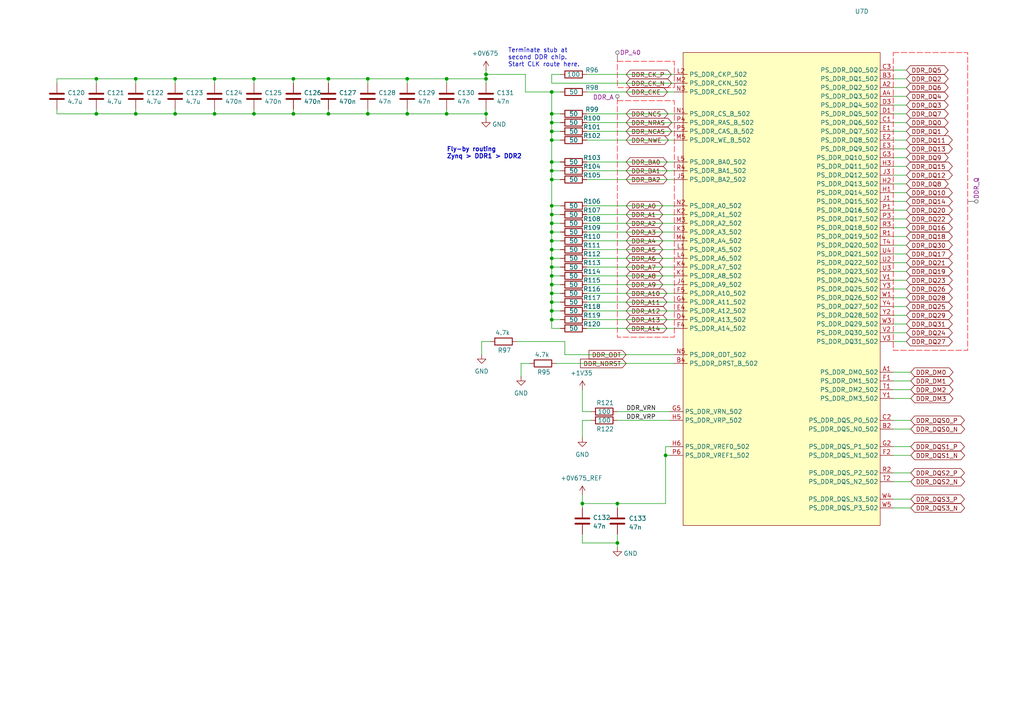
<source format=kicad_sch>
(kicad_sch (version 20250114) (generator "eeschema") (generator_version "9.0")
  (paper "A4")
  (title_block (title "ZYNQ DDR AND DDR TERMINATION") (date "2025-10-06") (rev "A") (company "GHM"))
  (lib_symbols
    (symbol "Device:C" (pin_numbers (hide yes)) (pin_names (offset 0.254))
      (property "Reference" "C" (at 0.635 2.54 0))
      (property "Value" "C" (at 0.635 -2.54 0))
      (symbol "C_1_1"
        (pin passive line (at 0 3.81 270) (length 2.794) (name "~") (number "1"))
        (pin passive line (at 0 -3.81 90) (length 2.794) (name "~") (number "2"))
      )
    )
    (symbol "Device:R" (pin_numbers (hide yes)) (pin_names (offset 0))
      (property "Reference" "R" (at 2.032 0 90))
      (property "Value" "R" (at 0 0 90))
      (symbol "R_1_1"
        (pin passive line (at 0 3.81 270) (length 1.27) (name "~") (number "1"))
        (pin passive line (at 0 -3.81 90) (length 1.27) (name "~") (number "2"))
      )
    )
    (symbol "power:GND" (power) (pin_numbers (hide yes)) (pin_names (offset 0) (hide yes))
      (property "Value" "GND" (at 0 -3.81 0))
      (symbol "GND_1_1"
        (pin power_in line (at 0 0 270) (length 0) (name "~") (number "1"))
      )
    )
    (symbol "power:VCC" (power) (pin_numbers (hide yes)) (pin_names (offset 0) (hide yes))
      (property "Value" "VCC" (at 0 3.556 0))
      (symbol "VCC_1_1"
        (pin power_in line (at 0 0 90) (length 0) (name "~") (number "1"))
      )
    )
    (symbol "symbols:XC7Z010-2CLG400I"
      (property "Reference" "U7" (at 3.302 4.318 0))
      (property "Value" "~" (at 5.334 -53.34 0))
      (symbol "XC7Z010-2CLG400I_1_0"
        (pin unspecified line (at -3.81 -2.54 0) (length 3.81) (name "TDI_0") (number "G6"))
        (pin unspecified line (at -3.81 -5.08 0) (length 3.81) (name "TDO_0") (number "F6"))
        (pin unspecified line (at -3.81 -7.62 0) (length 3.81) (name "TCK_0") (number "F9"))
        (pin unspecified line (at -3.81 -10.16 0) (length 3.81) (name "TMS_0") (number "J6"))
        (pin unspecified line (at -3.81 -13.97 0) (length 3.81) (name "DONE_0") (number "R11"))
        (pin unspecified line (at -3.81 -16.51 0) (length 3.81) (name "INIT_B_0") (number "R10"))
        (pin unspecified line (at -3.81 -20.32 0) (length 3.81) (name "PROGRAM_B_0") (number "L6"))
        (pin unspecified line (at -3.81 -22.86 0) (length 3.81) (name "CFGBVS_0") (number "M6"))
        (pin unspecified line (at -3.81 -26.67 0) (length 3.81) (name "VP_0") (number "K9"))
        (pin unspecified line (at -3.81 -29.21 0) (length 3.81) (name "VN_0") (number "L10"))
        (pin unspecified line (at -3.81 -33.02 0) (length 3.81) (name "VREFP_0") (number "L9"))
        (pin unspecified line (at -3.81 -35.56 0) (length 3.81) (name "VREFN_0") (number "K10"))
        (pin unspecified line (at -3.81 -39.37 0) (length 3.81) (name "DXP_0") (number "M9"))
        (pin unspecified line (at -3.81 -41.91 0) (length 3.81) (name "DXN_0") (number "M10"))
      )
      (symbol "XC7Z010-2CLG400I_2_0"
        (pin unspecified line (at -3.81 -5.08 0) (length 3.81) (name "VCCINT") (number "H12"))
        (pin unspecified line (at -3.81 -7.62 0) (length 3.81) (name "VCCINT") (number "P12"))
        (pin unspecified line (at -3.81 -10.16 0) (length 3.81) (name "VCCINT") (number "L13"))
        (pin unspecified line (at -3.81 -12.7 0) (length 3.81) (name "VCCINT") (number "M12"))
        (pin unspecified line (at -3.81 -15.24 0) (length 3.81) (name "VCCINT") (number "K12"))
        (pin unspecified line (at -3.81 -17.78 0) (length 3.81) (name "VCCINT") (number "R13"))
        (pin unspecified line (at -3.81 -20.32 0) (length 3.81) (name "VCCINT") (number "J13"))
        (pin unspecified line (at -3.81 -22.86 0) (length 3.81) (name "VCCINT") (number "N13"))
        (pin unspecified line (at -3.81 -25.4 0) (length 3.81) (name "VCCINT") (number "G13"))
        (pin unspecified line (at -3.81 -33.02 0) (length 3.81) (name "VCCPINT") (number "J7"))
        (pin unspecified line (at -3.81 -35.56 0) (length 3.81) (name "VCCPINT") (number "G7"))
        (pin unspecified line (at -3.81 -38.1 0) (length 3.81) (name "VCCPINT") (number "N7"))
        (pin unspecified line (at -3.81 -40.64 0) (length 3.81) (name "VCCPINT") (number "P8"))
        (pin unspecified line (at -3.81 -43.18 0) (length 3.81) (name "VCCPINT") (number "R7"))
        (pin unspecified line (at -3.81 -45.72 0) (length 3.81) (name "VCCPINT") (number "L7"))
        (pin unspecified line (at -3.81 -52.07 0) (length 3.81) (name "VCCO_MIO0_500") (number "D7"))
        (pin unspecified line (at -3.81 -54.61 0) (length 3.81) (name "VCCO_MIO0_500") (number "B6"))
        (pin unspecified line (at -3.81 -60.96 0) (length 3.81) (name "VCCO_MIO1_501") (number "E15"))
        (pin unspecified line (at -3.81 -63.5 0) (length 3.81) (name "VCCO_MIO1_501") (number "D12"))
        (pin unspecified line (at -3.81 -66.04 0) (length 3.81) (name "VCCO_MIO1_501") (number "A13"))
        (pin unspecified line (at -3.81 -68.58 0) (length 3.81) (name "VCCO_MIO1_501") (number "B16"))
        (pin unspecified line (at -3.81 -102.87 0) (length 3.81) (name "RSVDVCC1") (number "T6"))
        (pin unspecified line (at -3.81 -105.41 0) (length 3.81) (name "RSVDVCC2") (number "R6"))
        (pin unspecified line (at -3.81 -107.95 0) (length 3.81) (name "RSVDVCC3") (number "N6"))
        (pin unspecified line (at -3.81 -110.49 0) (length 3.81) (name "RSVDGND") (number "F10"))
        (pin unspecified line (at -3.81 -120.65 0) (length 3.81) (name "VCCO_0") (number "K6"))
        (pin unspecified line (at -3.81 -129.54 0) (length 3.81) (name "VCCO_34") (number "Y20"))
        (pin unspecified line (at -3.81 -132.08 0) (length 3.81) (name "VCCO_34") (number "R15"))
        (pin unspecified line (at -3.81 -134.62 0) (length 3.81) (name "VCCO_34") (number "V14"))
        (pin unspecified line (at -3.81 -137.16 0) (length 3.81) (name "VCCO_34") (number "W17"))
        (pin unspecified line (at -3.81 -139.7 0) (length 3.81) (name "VCCO_34") (number "N19"))
        (pin unspecified line (at -3.81 -142.24 0) (length 3.81) (name "VCCO_34") (number "T18"))
        (pin unspecified line (at 43.18 -5.08 180) (length 3.81) (name "VCCPLL") (number "G8"))
        (pin unspecified line (at 43.18 -10.16 180) (length 3.81) (name "VCCBATT_0") (number "F11"))
        (pin unspecified line (at 43.18 -15.24 180) (length 3.81) (name "VCCADC_0") (number "J9"))
        (pin unspecified line (at 43.18 -25.4 180) (length 3.81) (name "VCCAUX") (number "J11"))
        (pin unspecified line (at 43.18 -27.94 180) (length 3.81) (name "VCCAUX") (number "N9"))
        (pin unspecified line (at 43.18 -30.48 180) (length 3.81) (name "VCCAUX") (number "L11"))
        (pin unspecified line (at 43.18 -33.02 180) (length 3.81) (name "VCCAUX") (number "N11"))
        (pin unspecified line (at 43.18 -35.56 180) (length 3.81) (name "VCCAUX") (number "R9"))
        (pin unspecified line (at 43.18 -38.1 180) (length 3.81) (name "VCCAUX") (number "P10"))
        (pin unspecified line (at 43.18 -45.72 180) (length 3.81) (name "VCCPAUX") (number "M8"))
        (pin unspecified line (at 43.18 -48.26 180) (length 3.81) (name "VCCPAUX") (number "G9"))
        (pin unspecified line (at 43.18 -50.8 180) (length 3.81) (name "VCCPAUX") (number "H8"))
        (pin unspecified line (at 43.18 -53.34 180) (length 3.81) (name "VCCPAUX") (number "K8"))
        (pin unspecified line (at 43.18 -55.88 180) (length 3.81) (name "VCCPAUX") (number "F8"))
        (pin unspecified line (at 43.18 -63.5 180) (length 3.81) (name "VCCO_DDR_502") (number "L3"))
        (pin unspecified line (at 43.18 -66.04 180) (length 3.81) (name "VCCO_DDR_502") (number "G1"))
        (pin unspecified line (at 43.18 -68.58 180) (length 3.81) (name "VCCO_DDR_502") (number "E5"))
        (pin unspecified line (at 43.18 -71.12 180) (length 3.81) (name "VCCO_DDR_502") (number "A3"))
        (pin unspecified line (at 43.18 -73.66 180) (length 3.81) (name "VCCO_DDR_502") (number "D2"))
        (pin unspecified line (at 43.18 -76.2 180) (length 3.81) (name "VCCO_DDR_502") (number "U1"))
        (pin unspecified line (at 43.18 -78.74 180) (length 3.81) (name "VCCO_DDR_502") (number "H4"))
        (pin unspecified line (at 43.18 -81.28 180) (length 3.81) (name "VCCO_DDR_502") (number "R5"))
        (pin unspecified line (at 43.18 -83.82 180) (length 3.81) (name "VCCO_DDR_502") (number "V4"))
        (pin unspecified line (at 43.18 -86.36 180) (length 3.81) (name "VCCO_DDR_502") (number "P2"))
        (pin unspecified line (at 43.18 -95.25 180) (length 3.81) (name "VCCBRAM") (number "G11"))
        (pin unspecified line (at 43.18 -97.79 180) (length 3.81) (name "VCCBRAM") (number "H10"))
        (pin unspecified line (at 44.45 -102.87 180) (length 3.81) (name "VCCO_13") (number "Y10"))
        (pin unspecified line (at 44.45 -105.41 180) (length 3.81) (name "VCCO_13") (number "U11"))
        (pin unspecified line (at 44.45 -107.95 180) (length 3.81) (name "VCCO_13") (number "W7"))
        (pin unspecified line (at 44.45 -110.49 180) (length 3.81) (name "VCCO_13") (number "T8"))
        (pin unspecified line (at 44.45 -129.54 180) (length 3.81) (name "VCCO_35") (number "J17"))
        (pin unspecified line (at 44.45 -132.08 180) (length 3.81) (name "VCCO_35") (number "C19"))
        (pin unspecified line (at 44.45 -134.62 180) (length 3.81) (name "VCCO_35") (number "F18"))
        (pin unspecified line (at 44.45 -137.16 180) (length 3.81) (name "VCCO_35") (number "M16"))
        (pin unspecified line (at 44.45 -139.7 180) (length 3.81) (name "VCCO_35") (number "H14"))
        (pin unspecified line (at 44.45 -142.24 180) (length 3.81) (name "VCCO_35") (number "K20"))
      )
      (symbol "XC7Z010-2CLG400I_3_0"
        (pin unspecified line (at -3.81 -2.54 0) (length 3.81) (name "GND") (number "Y15"))
        (pin unspecified line (at -3.81 -5.08 0) (length 3.81) (name "GND") (number "Y5"))
        (pin unspecified line (at -3.81 -7.62 0) (length 3.81) (name "GND") (number "W12"))
        (pin unspecified line (at -3.81 -10.16 0) (length 3.81) (name "GND") (number "W2"))
        (pin unspecified line (at -3.81 -12.7 0) (length 3.81) (name "GND") (number "V19"))
        (pin unspecified line (at -3.81 -15.24 0) (length 3.81) (name "GND") (number "V9"))
        (pin unspecified line (at -3.81 -17.78 0) (length 3.81) (name "GND") (number "U16"))
        (pin unspecified line (at -3.81 -20.32 0) (length 3.81) (name "GND") (number "U6"))
        (pin unspecified line (at -3.81 -22.86 0) (length 3.81) (name "GND") (number "T13"))
        (pin unspecified line (at -3.81 -25.4 0) (length 3.81) (name "GND") (number "T7"))
        (pin unspecified line (at -3.81 -27.94 0) (length 3.81) (name "GND") (number "T3"))
        (pin unspecified line (at -3.81 -30.48 0) (length 3.81) (name "GND") (number "R20"))
        (pin unspecified line (at -3.81 -33.02 0) (length 3.81) (name "GND") (number "R12"))
        (pin unspecified line (at -3.81 -35.56 0) (length 3.81) (name "GND") (number "R8"))
        (pin unspecified line (at -3.81 -38.1 0) (length 3.81) (name "GND") (number "P17"))
        (pin unspecified line (at -3.81 -40.64 0) (length 3.81) (name "GND") (number "P13"))
        (pin unspecified line (at -3.81 -43.18 0) (length 3.81) (name "GND") (number "P11"))
        (pin unspecified line (at -3.81 -45.72 0) (length 3.81) (name "GND") (number "P9"))
        (pin unspecified line (at -3.81 -48.26 0) (length 3.81) (name "GND") (number "P7"))
        (pin unspecified line (at -3.81 -50.8 0) (length 3.81) (name "GND") (number "N14"))
        (pin unspecified line (at -3.81 -53.34 0) (length 3.81) (name "GND") (number "N12"))
        (pin unspecified line (at -3.81 -55.88 0) (length 3.81) (name "GND") (number "N10"))
        (pin unspecified line (at -3.81 -58.42 0) (length 3.81) (name "GND") (number "N8"))
        (pin unspecified line (at -3.81 -60.96 0) (length 3.81) (name "GND") (number "N4"))
        (pin unspecified line (at -3.81 -63.5 0) (length 3.81) (name "GND") (number "M13"))
        (pin unspecified line (at -3.81 -66.04 0) (length 3.81) (name "GND") (number "M11"))
        (pin unspecified line (at -3.81 -68.58 0) (length 3.81) (name "GND") (number "M7"))
        (pin unspecified line (at -3.81 -71.12 0) (length 3.81) (name "GND") (number "M1"))
        (pin unspecified line (at -3.81 -73.66 0) (length 3.81) (name "GND") (number "L18"))
        (pin unspecified line (at -3.81 -76.2 0) (length 3.81) (name "GNDADC_0") (number "J10"))
        (pin unspecified line (at 20.32 -2.54 180) (length 3.81) (name "GND") (number "L12"))
        (pin unspecified line (at 20.32 -5.08 180) (length 3.81) (name "GND") (number "L8"))
        (pin unspecified line (at 20.32 -7.62 180) (length 3.81) (name "GND") (number "K15"))
        (pin unspecified line (at 20.32 -10.16 180) (length 3.81) (name "GND") (number "K13"))
        (pin unspecified line (at 20.32 -12.7 180) (length 3.81) (name "GND") (number "C9"))
        (pin unspecified line (at 20.32 -15.24 180) (length 3.81) (name "GND") (number "K7"))
        (pin unspecified line (at 20.32 -17.78 180) (length 3.81) (name "GND") (number "K5"))
        (pin unspecified line (at 20.32 -20.32 180) (length 3.81) (name "GND") (number "J12"))
        (pin unspecified line (at 20.32 -22.86 180) (length 3.81) (name "GND") (number "J8"))
        (pin unspecified line (at 20.32 -25.4 180) (length 3.81) (name "GND") (number "J2"))
        (pin unspecified line (at 20.32 -27.94 180) (length 3.81) (name "GND") (number "H19"))
        (pin unspecified line (at 20.32 -30.48 180) (length 3.81) (name "GND") (number "H13"))
        (pin unspecified line (at 20.32 -33.02 180) (length 3.81) (name "GND") (number "H11"))
        (pin unspecified line (at 20.32 -35.56 180) (length 3.81) (name "GND") (number "H9"))
        (pin unspecified line (at 20.32 -38.1 180) (length 3.81) (name "GND") (number "H7"))
        (pin unspecified line (at 20.32 -40.64 180) (length 3.81) (name "GND") (number "G16"))
        (pin unspecified line (at 20.32 -43.18 180) (length 3.81) (name "GND") (number "G12"))
        (pin unspecified line (at 20.32 -45.72 180) (length 3.81) (name "GND") (number "G10"))
        (pin unspecified line (at 20.32 -48.26 180) (length 3.81) (name "GND") (number "F7"))
        (pin unspecified line (at 20.32 -50.8 180) (length 3.81) (name "GND") (number "F3"))
        (pin unspecified line (at 20.32 -53.34 180) (length 3.81) (name "GND") (number "E20"))
        (pin unspecified line (at 20.32 -55.88 180) (length 3.81) (name "GND") (number "E10"))
        (pin unspecified line (at 20.32 -58.42 180) (length 3.81) (name "GND") (number "D17"))
        (pin unspecified line (at 20.32 -60.96 180) (length 3.81) (name "GND") (number "K11"))
        (pin unspecified line (at 20.32 -63.5 180) (length 3.81) (name "GND") (number "C14"))
        (pin unspecified line (at 20.32 -66.04 180) (length 3.81) (name "GND") (number "C4"))
        (pin unspecified line (at 20.32 -68.58 180) (length 3.81) (name "GND") (number "B11"))
        (pin unspecified line (at 20.32 -71.12 180) (length 3.81) (name "GND") (number "B1"))
        (pin unspecified line (at 20.32 -73.66 180) (length 3.81) (name "GND") (number "A18"))
        (pin unspecified line (at 20.32 -76.2 180) (length 3.81) (name "GND") (number "A8"))
      )
      (symbol "XC7Z010-2CLG400I_4_0"
        (pin unspecified line (at -3.81 -12.7 0) (length 3.81) (name "PS_DDR_DQ0_502") (number "C3"))
        (pin unspecified line (at -3.81 -15.24 0) (length 3.81) (name "PS_DDR_DQ1_502") (number "B3"))
        (pin unspecified line (at -3.81 -17.78 0) (length 3.81) (name "PS_DDR_DQ2_502") (number "A2"))
        (pin unspecified line (at -3.81 -20.32 0) (length 3.81) (name "PS_DDR_DQ3_502") (number "A4"))
        (pin unspecified line (at -3.81 -22.86 0) (length 3.81) (name "PS_DDR_DQ4_502") (number "D3"))
        (pin unspecified line (at -3.81 -25.4 0) (length 3.81) (name "PS_DDR_DQ5_502") (number "D1"))
        (pin unspecified line (at -3.81 -27.94 0) (length 3.81) (name "PS_DDR_DQ6_502") (number "C1"))
        (pin unspecified line (at -3.81 -30.48 0) (length 3.81) (name "PS_DDR_DQ7_502") (number "E1"))
        (pin unspecified line (at -3.81 -33.02 0) (length 3.81) (name "PS_DDR_DQ8_502") (number "E2"))
        (pin unspecified line (at -3.81 -35.56 0) (length 3.81) (name "PS_DDR_DQ9_502") (number "E3"))
        (pin unspecified line (at -3.81 -38.1 0) (length 3.81) (name "PS_DDR_DQ10_502") (number "G3"))
        (pin unspecified line (at -3.81 -40.64 0) (length 3.81) (name "PS_DDR_DQ11_502") (number "H3"))
        (pin unspecified line (at -3.81 -43.18 0) (length 3.81) (name "PS_DDR_DQ12_502") (number "J3"))
        (pin unspecified line (at -3.81 -45.72 0) (length 3.81) (name "PS_DDR_DQ13_502") (number "H2"))
        (pin unspecified line (at -3.81 -48.26 0) (length 3.81) (name "PS_DDR_DQ14_502") (number "H1"))
        (pin unspecified line (at -3.81 -50.8 0) (length 3.81) (name "PS_DDR_DQ15_502") (number "J1"))
        (pin unspecified line (at -3.81 -53.34 0) (length 3.81) (name "PS_DDR_DQ16_502") (number "P1"))
        (pin unspecified line (at -3.81 -55.88 0) (length 3.81) (name "PS_DDR_DQ17_502") (number "P3"))
        (pin unspecified line (at -3.81 -58.42 0) (length 3.81) (name "PS_DDR_DQ18_502") (number "R3"))
        (pin unspecified line (at -3.81 -60.96 0) (length 3.81) (name "PS_DDR_DQ19_502") (number "R1"))
        (pin unspecified line (at -3.81 -63.5 0) (length 3.81) (name "PS_DDR_DQ20_502") (number "T4"))
        (pin unspecified line (at -3.81 -66.04 0) (length 3.81) (name "PS_DDR_DQ21_502") (number "U4"))
        (pin unspecified line (at -3.81 -68.58 0) (length 3.81) (name "PS_DDR_DQ22_502") (number "U2"))
        (pin unspecified line (at -3.81 -71.12 0) (length 3.81) (name "PS_DDR_DQ23_502") (number "U3"))
        (pin unspecified line (at -3.81 -73.66 0) (length 3.81) (name "PS_DDR_DQ24_502") (number "V1"))
        (pin unspecified line (at -3.81 -76.2 0) (length 3.81) (name "PS_DDR_DQ25_502") (number "Y3"))
        (pin unspecified line (at -3.81 -78.74 0) (length 3.81) (name "PS_DDR_DQ26_502") (number "W1"))
        (pin unspecified line (at -3.81 -81.28 0) (length 3.81) (name "PS_DDR_DQ27_502") (number "Y4"))
        (pin unspecified line (at -3.81 -83.82 0) (length 3.81) (name "PS_DDR_DQ28_502") (number "Y2"))
        (pin unspecified line (at -3.81 -86.36 0) (length 3.81) (name "PS_DDR_DQ29_502") (number "W3"))
        (pin unspecified line (at -3.81 -88.9 0) (length 3.81) (name "PS_DDR_DQ30_502") (number "V2"))
        (pin unspecified line (at -3.81 -91.44 0) (length 3.81) (name "PS_DDR_DQ31_502") (number "V3"))
        (pin unspecified line (at -3.81 -100.33 0) (length 3.81) (name "PS_DDR_DM0_502") (number "A1"))
        (pin unspecified line (at -3.81 -102.87 0) (length 3.81) (name "PS_DDR_DM1_502") (number "F1"))
        (pin unspecified line (at -3.81 -105.41 0) (length 3.81) (name "PS_DDR_DM2_502") (number "T1"))
        (pin unspecified line (at -3.81 -107.95 0) (length 3.81) (name "PS_DDR_DM3_502") (number "Y1"))
        (pin unspecified line (at -3.81 -114.3 0) (length 3.81) (name "PS_DDR_DQS_P0_502") (number "C2"))
        (pin unspecified line (at -3.81 -116.84 0) (length 3.81) (name "PS_DDR_DQS_N0_502") (number "B2"))
        (pin unspecified line (at -3.81 -121.92 0) (length 3.81) (name "PS_DDR_DQS_P1_502") (number "G2"))
        (pin unspecified line (at -3.81 -124.46 0) (length 3.81) (name "PS_DDR_DQS_N1_502") (number "F2"))
        (pin unspecified line (at -3.81 -129.54 0) (length 3.81) (name "PS_DDR_DQS_P2_502") (number "R2"))
        (pin unspecified line (at -3.81 -132.08 0) (length 3.81) (name "PS_DDR_DQS_N2_502") (number "T2"))
        (pin unspecified line (at -3.81 -137.16 0) (length 3.81) (name "PS_DDR_DQS_N3_502") (number "W4"))
        (pin unspecified line (at -3.81 -139.7 0) (length 3.81) (name "PS_DDR_DQS_P3_502") (number "W5"))
        (pin unspecified line (at 59.69 -13.97 180) (length 3.81) (name "PS_DDR_CKP_502") (number "L2"))
        (pin unspecified line (at 59.69 -16.51 180) (length 3.81) (name "PS_DDR_CKN_502") (number "M2"))
        (pin unspecified line (at 59.69 -19.05 180) (length 3.81) (name "PS_DDR_CKE_502") (number "N3"))
        (pin unspecified line (at 59.69 -25.4 180) (length 3.81) (name "PS_DDR_CS_B_502") (number "N1"))
        (pin unspecified line (at 59.69 -27.94 180) (length 3.81) (name "PS_DDR_RAS_B_502") (number "P4"))
        (pin unspecified line (at 59.69 -30.48 180) (length 3.81) (name "PS_DDR_CAS_B_502") (number "P5"))
        (pin unspecified line (at 59.69 -33.02 180) (length 3.81) (name "PS_DDR_WE_B_502") (number "M5"))
        (pin unspecified line (at 59.69 -39.37 180) (length 3.81) (name "PS_DDR_BA0_502") (number "L5"))
        (pin unspecified line (at 59.69 -41.91 180) (length 3.81) (name "PS_DDR_BA1_502") (number "R4"))
        (pin unspecified line (at 59.69 -44.45 180) (length 3.81) (name "PS_DDR_BA2_502") (number "J5"))
        (pin unspecified line (at 59.69 -52.07 180) (length 3.81) (name "PS_DDR_A0_502") (number "N2"))
        (pin unspecified line (at 59.69 -54.61 180) (length 3.81) (name "PS_DDR_A1_502") (number "K2"))
        (pin unspecified line (at 59.69 -57.15 180) (length 3.81) (name "PS_DDR_A2_502") (number "M3"))
        (pin unspecified line (at 59.69 -59.69 180) (length 3.81) (name "PS_DDR_A3_502") (number "K3"))
        (pin unspecified line (at 59.69 -62.23 180) (length 3.81) (name "PS_DDR_A4_502") (number "M4"))
        (pin unspecified line (at 59.69 -64.77 180) (length 3.81) (name "PS_DDR_A5_502") (number "L1"))
        (pin unspecified line (at 59.69 -67.31 180) (length 3.81) (name "PS_DDR_A6_502") (number "L4"))
        (pin unspecified line (at 59.69 -69.85 180) (length 3.81) (name "PS_DDR_A7_502") (number "K4"))
        (pin unspecified line (at 59.69 -72.39 180) (length 3.81) (name "PS_DDR_A8_502") (number "K1"))
        (pin unspecified line (at 59.69 -74.93 180) (length 3.81) (name "PS_DDR_A9_502") (number "J4"))
        (pin unspecified line (at 59.69 -77.47 180) (length 3.81) (name "PS_DDR_A10_502") (number "F5"))
        (pin unspecified line (at 59.69 -80.01 180) (length 3.81) (name "PS_DDR_A11_502") (number "G4"))
        (pin unspecified line (at 59.69 -82.55 180) (length 3.81) (name "PS_DDR_A12_502") (number "E4"))
        (pin unspecified line (at 59.69 -85.09 180) (length 3.81) (name "PS_DDR_A13_502") (number "D4"))
        (pin unspecified line (at 59.69 -87.63 180) (length 3.81) (name "PS_DDR_A14_502") (number "F4"))
        (pin unspecified line (at 59.69 -95.25 180) (length 3.81) (name "PS_DDR_ODT_502") (number "N5"))
        (pin unspecified line (at 59.69 -97.79 180) (length 3.81) (name "PS_DDR_DRST_B_502") (number "B4"))
        (pin unspecified line (at 60.96 -111.76 180) (length 3.81) (name "PS_DDR_VRN_502") (number "G5"))
        (pin unspecified line (at 60.96 -114.3 180) (length 3.81) (name "PS_DDR_VRP_502") (number "H5"))
        (pin unspecified line (at 60.96 -121.92 180) (length 3.81) (name "PS_DDR_VREF0_502") (number "H6"))
        (pin unspecified line (at 60.96 -124.46 180) (length 3.81) (name "PS_DDR_VREF1_502") (number "P6"))
      )
      (symbol "XC7Z010-2CLG400I_5_0"
        (pin unspecified line (at -1.27 0 0) (length 3.81) (name "IO_0_34") (number "R19"))
        (pin unspecified line (at -1.27 -2.54 0) (length 3.81) (name "IO_L1P_T0_34") (number "T11"))
        (pin unspecified line (at -1.27 -5.08 0) (length 3.81) (name "IO_L1N_T0_34") (number "T10"))
        (pin unspecified line (at -1.27 -7.62 0) (length 3.81) (name "IO_L2P_T0_34") (number "T12"))
        (pin unspecified line (at -1.27 -10.16 0) (length 3.81) (name "IO_L2N_T0_34") (number "U12"))
        (pin unspecified line (at -1.27 -12.7 0) (length 3.81) (name "IO_L3P_T0_DQS_PUDC_B_34") (number "U13"))
        (pin unspecified line (at -1.27 -15.24 0) (length 3.81) (name "IO_L3N_T0_DQS_34") (number "V13"))
        (pin unspecified line (at -1.27 -17.78 0) (length 3.81) (name "IO_L4P_T0_34") (number "V12"))
        (pin unspecified line (at -1.27 -20.32 0) (length 3.81) (name "IO_L4N_T0_34") (number "W13"))
        (pin unspecified line (at -1.27 -22.86 0) (length 3.81) (name "IO_L5P_T0_34") (number "T14"))
        (pin unspecified line (at -1.27 -25.4 0) (length 3.81) (name "IO_L5N_T0_34") (number "T15"))
        (pin unspecified line (at -1.27 -27.94 0) (length 3.81) (name "IO_L6P_T0_34") (number "P14"))
        (pin unspecified line (at -1.27 -30.48 0) (length 3.81) (name "IO_L6N_T0_VREF_34") (number "R14"))
        (pin unspecified line (at -1.27 -33.02 0) (length 3.81) (name "IO_L7P_T1_34") (number "Y16"))
        (pin unspecified line (at -1.27 -35.56 0) (length 3.81) (name "IO_L7N_T1_34") (number "Y17"))
        (pin unspecified line (at -1.27 -38.1 0) (length 3.81) (name "IO_L8P_T1_34") (number "W14"))
        (pin unspecified line (at -1.27 -40.64 0) (length 3.81) (name "IO_L8N_T1_34") (number "Y14"))
        (pin unspecified line (at -1.27 -43.18 0) (length 3.81) (name "IO_L9P_T1_DQS_34") (number "T16"))
        (pin unspecified line (at -1.27 -45.72 0) (length 3.81) (name "IO_L9N_T1_DQS_34") (number "U17"))
        (pin unspecified line (at -1.27 -48.26 0) (length 3.81) (name "IO_L10P_T1_34") (number "V15"))
        (pin unspecified line (at -1.27 -50.8 0) (length 3.81) (name "IO_L10N_T1_34") (number "W15"))
        (pin unspecified line (at -1.27 -53.34 0) (length 3.81) (name "IO_L11P_T1_SRCC_34") (number "U14"))
        (pin unspecified line (at -1.27 -55.88 0) (length 3.81) (name "IO_L11N_T1_SRCC_34") (number "U15"))
        (pin unspecified line (at -1.27 -58.42 0) (length 3.81) (name "IO_L12P_T1_MRCC_34") (number "U18"))
        (pin unspecified line (at -1.27 -60.96 0) (length 3.81) (name "IO_L12N_T1_MRCC_34") (number "U19"))
        (pin unspecified line (at -1.27 -63.5 0) (length 3.81) (name "IO_L13P_T2_MRCC_34") (number "N18"))
        (pin unspecified line (at -1.27 -66.04 0) (length 3.81) (name "IO_L13N_T2_MRCC_34") (number "P19"))
        (pin unspecified line (at -1.27 -68.58 0) (length 3.81) (name "IO_L14P_T2_SRCC_34") (number "N20"))
        (pin unspecified line (at -1.27 -71.12 0) (length 3.81) (name "IO_L14N_T2_SRCC_34") (number "P20"))
        (pin unspecified line (at -1.27 -73.66 0) (length 3.81) (name "IO_L15P_T2_DQS_34") (number "T20"))
        (pin unspecified line (at -1.27 -76.2 0) (length 3.81) (name "IO_L15N_T2_DQS_34") (number "U20"))
        (pin unspecified line (at -1.27 -78.74 0) (length 3.81) (name "IO_L16P_T2_34") (number "V20"))
        (pin unspecified line (at -1.27 -81.28 0) (length 3.81) (name "IO_L16N_T2_34") (number "W20"))
        (pin unspecified line (at -1.27 -83.82 0) (length 3.81) (name "IO_L17P_T2_34") (number "Y18"))
        (pin unspecified line (at -1.27 -86.36 0) (length 3.81) (name "IO_L17N_T2_34") (number "Y19"))
        (pin unspecified line (at -1.27 -88.9 0) (length 3.81) (name "IO_L18P_T2_34") (number "V16"))
        (pin unspecified line (at -1.27 -91.44 0) (length 3.81) (name "IO_L18N_T2_34") (number "W16"))
        (pin unspecified line (at -1.27 -93.98 0) (length 3.81) (name "IO_L19P_T3_34") (number "R16"))
        (pin unspecified line (at -1.27 -96.52 0) (length 3.81) (name "IO_L19N_T3_VREF_34") (number "R17"))
        (pin unspecified line (at -1.27 -99.06 0) (length 3.81) (name "IO_L20P_T3_34") (number "T17"))
        (pin unspecified line (at -1.27 -101.6 0) (length 3.81) (name "IO_L20N_T3_34") (number "R18"))
        (pin unspecified line (at -1.27 -104.14 0) (length 3.81) (name "IO_L21P_T3_DQS_34") (number "V17"))
        (pin unspecified line (at -1.27 -106.68 0) (length 3.81) (name "IO_L21N_T3_DQS_34") (number "V18"))
        (pin unspecified line (at -1.27 -109.22 0) (length 3.81) (name "IO_L22P_T3_34") (number "W18"))
        (pin unspecified line (at -1.27 -111.76 0) (length 3.81) (name "IO_L22N_T3_34") (number "W19"))
        (pin unspecified line (at -1.27 -114.3 0) (length 3.81) (name "IO_L23P_T3_34") (number "N17"))
        (pin unspecified line (at -1.27 -116.84 0) (length 3.81) (name "IO_L23N_T3_34") (number "P18"))
        (pin unspecified line (at -1.27 -119.38 0) (length 3.81) (name "IO_L24P_T3_34") (number "P15"))
        (pin unspecified line (at -1.27 -121.92 0) (length 3.81) (name "IO_L24N_T3_34") (number "P16"))
        (pin unspecified line (at -1.27 -124.46 0) (length 3.81) (name "IO_25_34") (number "T19"))
        (pin unspecified line (at 63.5 0 180) (length 3.81) (name "IO_0_35") (number "G14"))
        (pin unspecified line (at 63.5 -2.54 180) (length 3.81) (name "IO_L1P_T0_AD0P_35") (number "C20"))
        (pin unspecified line (at 63.5 -5.08 180) (length 3.81) (name "IO_L1N_T0_AD0N_35") (number "B20"))
        (pin unspecified line (at 63.5 -7.62 180) (length 3.81) (name "IO_L2P_T0_AD8P_35") (number "B19"))
        (pin unspecified line (at 63.5 -10.16 180) (length 3.81) (name "IO_L2N_T0_AD8N_35") (number "A20"))
        (pin unspecified line (at 63.5 -12.7 180) (length 3.81) (name "IO_L3P_T0_DQS_AD1P_35") (number "E17"))
        (pin unspecified line (at 63.5 -15.24 180) (length 3.81) (name "IO_L3N_T0_DQS_AD1N_35") (number "D18"))
        (pin unspecified line (at 63.5 -17.78 180) (length 3.81) (name "IO_L4P_T0_35") (number "D19"))
        (pin unspecified line (at 63.5 -20.32 180) (length 3.81) (name "IO_L4N_T0_35") (number "D20"))
        (pin unspecified line (at 63.5 -22.86 180) (length 3.81) (name "IO_L5P_T0_AD9P_35") (number "E18"))
        (pin unspecified line (at 63.5 -25.4 180) (length 3.81) (name "IO_L5N_T0_AD9N_35") (number "E19"))
        (pin unspecified line (at 63.5 -27.94 180) (length 3.81) (name "IO_L6P_T0_35") (number "F16"))
        (pin unspecified line (at 63.5 -30.48 180) (length 3.81) (name "IO_L6N_T0_VREF_35") (number "F17"))
        (pin unspecified line (at 63.5 -33.02 180) (length 3.81) (name "IO_L7P_T1_AD2P_35") (number "M19"))
        (pin unspecified line (at 63.5 -35.56 180) (length 3.81) (name "IO_L7N_T1_AD2N_35") (number "M20"))
        (pin unspecified line (at 63.5 -38.1 180) (length 3.81) (name "IO_L8P_T1_AD10P_35") (number "M17"))
        (pin unspecified line (at 63.5 -40.64 180) (length 3.81) (name "IO_L8N_T1_AD10N_35") (number "M18"))
        (pin unspecified line (at 63.5 -43.18 180) (length 3.81) (name "IO_L9P_T1_DQS_AD3P_35") (number "L19"))
        (pin unspecified line (at 63.5 -45.72 180) (length 3.81) (name "IO_L9N_T1_DQS_AD3N_35") (number "L20"))
        (pin unspecified line (at 63.5 -48.26 180) (length 3.81) (name "IO_L10P_T1_AD11P_35") (number "K19"))
        (pin unspecified line (at 63.5 -50.8 180) (length 3.81) (name "IO_L10N_T1_AD11N_35") (number "J19"))
        (pin unspecified line (at 63.5 -53.34 180) (length 3.81) (name "IO_L11P_T1_SRCC_35") (number "L16"))
        (pin unspecified line (at 63.5 -55.88 180) (length 3.81) (name "IO_L11N_T1_SRCC_35") (number "L17"))
        (pin unspecified line (at 63.5 -58.42 180) (length 3.81) (name "IO_L12P_T1_MRCC_35") (number "K17"))
        (pin unspecified line (at 63.5 -60.96 180) (length 3.81) (name "IO_L12N_T1_MRCC_35") (number "K18"))
        (pin unspecified line (at 63.5 -63.5 180) (length 3.81) (name "IO_L13P_T2_MRCC_35") (number "H16"))
        (pin unspecified line (at 63.5 -66.04 180) (length 3.81) (name "IO_L13N_T2_MRCC_35") (number "H17"))
        (pin unspecified line (at 63.5 -68.58 180) (length 3.81) (name "IO_L14P_T2_AD4P_SRCC_35") (number "J18"))
        (pin unspecified line (at 63.5 -71.12 180) (length 3.81) (name "IO_L14N_T2_AD4N_SRCC_35") (number "H18"))
        (pin unspecified line (at 63.5 -73.66 180) (length 3.81) (name "IO_L15P_T2_DQS_AD12P_35") (number "F19"))
        (pin unspecified line (at 63.5 -76.2 180) (length 3.81) (name "IO_L15N_T2_DQS_AD12N_35") (number "F20"))
        (pin unspecified line (at 63.5 -78.74 180) (length 3.81) (name "IO_L16P_T2_35") (number "G17"))
        (pin unspecified line (at 63.5 -81.28 180) (length 3.81) (name "IO_L16N_T2_35") (number "G18"))
        (pin unspecified line (at 63.5 -83.82 180) (length 3.81) (name "IO_L17P_T2_AD5P_35") (number "J20"))
        (pin unspecified line (at 63.5 -86.36 180) (length 3.81) (name "IO_L17N_T2_AD5N_35") (number "H20"))
        (pin unspecified line (at 63.5 -88.9 180) (length 3.81) (name "IO_L18P_T2_AD13P_35") (number "G19"))
        (pin unspecified line (at 63.5 -91.44 180) (length 3.81) (name "IO_L18N_T2_AD13N_35") (number "G20"))
        (pin unspecified line (at 63.5 -93.98 180) (length 3.81) (name "IO_L19P_T3_35") (number "H15"))
        (pin unspecified line (at 63.5 -96.52 180) (length 3.81) (name "IO_L19N_T3_VREF_35") (number "G15"))
        (pin unspecified line (at 63.5 -99.06 180) (length 3.81) (name "IO_L20P_T3_AD6P_35") (number "K14"))
        (pin unspecified line (at 63.5 -101.6 180) (length 3.81) (name "IO_L20N_T3_AD6N_35") (number "J14"))
        (pin unspecified line (at 63.5 -104.14 180) (length 3.81) (name "IO_L21P_T3_DQS_AD14P_35") (number "N15"))
        (pin unspecified line (at 63.5 -106.68 180) (length 3.81) (name "IO_L21N_T3_DQS_AD14N_35") (number "N16"))
        (pin unspecified line (at 63.5 -109.22 180) (length 3.81) (name "IO_L22P_T3_AD7P_35") (number "L14"))
        (pin unspecified line (at 63.5 -111.76 180) (length 3.81) (name "IO_L22N_T3_AD7N_35") (number "L15"))
        (pin unspecified line (at 63.5 -114.3 180) (length 3.81) (name "IO_L23P_T3_35") (number "M14"))
        (pin unspecified line (at 63.5 -116.84 180) (length 3.81) (name "IO_L23N_T3_35") (number "M15"))
        (pin unspecified line (at 63.5 -119.38 180) (length 3.81) (name "IO_L24P_T3_AD15P_35") (number "K16"))
        (pin unspecified line (at 63.5 -121.92 180) (length 3.81) (name "IO_L24N_T3_AD15N_35") (number "J16"))
        (pin unspecified line (at 63.5 -124.46 180) (length 3.81) (name "IO_25_35") (number "J15"))
      )
      (symbol "XC7Z010-2CLG400I_6_0"
        (pin unspecified line (at 24.13 -3.81 180) (length 3.81) (name "PS_CLK_500") (number "E7"))
        (pin unspecified line (at 24.13 -8.89 180) (length 3.81) (name "PS_POR_B_500") (number "C7"))
        (pin unspecified line (at 24.13 -11.43 180) (length 3.81) (name "PS_SRST_B_501") (number "B10"))
        (pin unspecified line (at 24.13 -16.51 180) (length 3.81) (name "PS_MIO_VREF_501") (number "E11"))
        (pin unspecified line (at 24.13 -21.59 180) (length 3.81) (name "PS_MIO0_500") (number "E6"))
        (pin unspecified line (at 24.13 -24.13 180) (length 3.81) (name "PS_MIO1_500") (number "A7"))
        (pin unspecified line (at 24.13 -26.67 180) (length 3.81) (name "PS_MIO2_500") (number "B8"))
        (pin unspecified line (at 24.13 -29.21 180) (length 3.81) (name "PS_MIO3_500") (number "D6"))
        (pin unspecified line (at 24.13 -31.75 180) (length 3.81) (name "PS_MIO4_500") (number "B7"))
        (pin unspecified line (at 24.13 -34.29 180) (length 3.81) (name "PS_MIO5_500") (number "A6"))
        (pin unspecified line (at 24.13 -36.83 180) (length 3.81) (name "PS_MIO6_500") (number "A5"))
        (pin unspecified line (at 24.13 -39.37 180) (length 3.81) (name "PS_MIO7_500") (number "D8"))
        (pin unspecified line (at 24.13 -41.91 180) (length 3.81) (name "PS_MIO8_500") (number "D5"))
        (pin unspecified line (at 24.13 -44.45 180) (length 3.81) (name "PS_MIO9_500") (number "B5"))
        (pin unspecified line (at 24.13 -46.99 180) (length 3.81) (name "PS_MIO10_500") (number "E9"))
        (pin unspecified line (at 24.13 -49.53 180) (length 3.81) (name "PS_MIO11_500") (number "C6"))
        (pin unspecified line (at 24.13 -52.07 180) (length 3.81) (name "PS_MIO12_500") (number "D9"))
        (pin unspecified line (at 24.13 -54.61 180) (length 3.81) (name "PS_MIO13_500") (number "E8"))
        (pin unspecified line (at 24.13 -57.15 180) (length 3.81) (name "PS_MIO14_500") (number "C5"))
        (pin unspecified line (at 24.13 -59.69 180) (length 3.81) (name "PS_MIO15_500") (number "C8"))
        (pin unspecified line (at 24.13 -62.23 180) (length 3.81) (name "PS_MIO16_501") (number "A19"))
        (pin unspecified line (at 24.13 -64.77 180) (length 3.81) (name "PS_MIO17_501") (number "E14"))
        (pin unspecified line (at 24.13 -67.31 180) (length 3.81) (name "PS_MIO18_501") (number "B18"))
        (pin unspecified line (at 24.13 -69.85 180) (length 3.81) (name "PS_MIO19_501") (number "D10"))
        (pin unspecified line (at 24.13 -72.39 180) (length 3.81) (name "PS_MIO20_501") (number "A17"))
        (pin unspecified line (at 24.13 -74.93 180) (length 3.81) (name "PS_MIO21_501") (number "F14"))
        (pin unspecified line (at 24.13 -77.47 180) (length 3.81) (name "PS_MIO22_501") (number "B17"))
        (pin unspecified line (at 24.13 -80.01 180) (length 3.81) (name "PS_MIO23_501") (number "D11"))
        (pin unspecified line (at 24.13 -82.55 180) (length 3.81) (name "PS_MIO24_501") (number "A16"))
        (pin unspecified line (at 24.13 -85.09 180) (length 3.81) (name "PS_MIO25_501") (number "F15"))
        (pin unspecified line (at 24.13 -87.63 180) (length 3.81) (name "PS_MIO26_501") (number "A15"))
        (pin unspecified line (at 24.13 -90.17 180) (length 3.81) (name "PS_MIO27_501") (number "D13"))
        (pin unspecified line (at 24.13 -92.71 180) (length 3.81) (name "PS_MIO28_501") (number "C16"))
        (pin unspecified line (at 24.13 -95.25 180) (length 3.81) (name "PS_MIO29_501") (number "C13"))
        (pin unspecified line (at 24.13 -97.79 180) (length 3.81) (name "PS_MIO30_501") (number "C15"))
        (pin unspecified line (at 24.13 -100.33 180) (length 3.81) (name "PS_MIO31_501") (number "E16"))
        (pin unspecified line (at 24.13 -102.87 180) (length 3.81) (name "PS_MIO32_501") (number "A14"))
        (pin unspecified line (at 24.13 -105.41 180) (length 3.81) (name "PS_MIO33_501") (number "D15"))
        (pin unspecified line (at 24.13 -107.95 180) (length 3.81) (name "PS_MIO34_501") (number "A12"))
        (pin unspecified line (at 24.13 -110.49 180) (length 3.81) (name "PS_MIO35_501") (number "F12"))
        (pin unspecified line (at 24.13 -113.03 180) (length 3.81) (name "PS_MIO36_501") (number "A11"))
        (pin unspecified line (at 24.13 -115.57 180) (length 3.81) (name "PS_MIO37_501") (number "A10"))
        (pin unspecified line (at 24.13 -118.11 180) (length 3.81) (name "PS_MIO38_501") (number "E13"))
        (pin unspecified line (at 24.13 -120.65 180) (length 3.81) (name "PS_MIO39_501") (number "C18"))
        (pin unspecified line (at 24.13 -123.19 180) (length 3.81) (name "PS_MIO40_501") (number "D14"))
        (pin unspecified line (at 24.13 -125.73 180) (length 3.81) (name "PS_MIO41_501") (number "C17"))
        (pin unspecified line (at 24.13 -128.27 180) (length 3.81) (name "PS_MIO42_501") (number "E12"))
        (pin unspecified line (at 24.13 -130.81 180) (length 3.81) (name "PS_MIO43_501") (number "A9"))
        (pin unspecified line (at 24.13 -133.35 180) (length 3.81) (name "PS_MIO44_501") (number "F13"))
        (pin unspecified line (at 24.13 -135.89 180) (length 3.81) (name "PS_MIO45_501") (number "B15"))
        (pin unspecified line (at 24.13 -138.43 180) (length 3.81) (name "PS_MIO46_501") (number "D16"))
        (pin unspecified line (at 24.13 -140.97 180) (length 3.81) (name "PS_MIO47_501") (number "B14"))
        (pin unspecified line (at 24.13 -143.51 180) (length 3.81) (name "PS_MIO48_501") (number "B12"))
        (pin unspecified line (at 24.13 -146.05 180) (length 3.81) (name "PS_MIO49_501") (number "C12"))
        (pin unspecified line (at 24.13 -148.59 180) (length 3.81) (name "PS_MIO50_501") (number "B13"))
        (pin unspecified line (at 24.13 -151.13 180) (length 3.81) (name "PS_MIO51_501") (number "B9"))
        (pin unspecified line (at 24.13 -153.67 180) (length 3.81) (name "PS_MIO52_501") (number "C10"))
        (pin unspecified line (at 24.13 -156.21 180) (length 3.81) (name "PS_MIO53_501") (number "C11"))
      )
      (symbol "XC7Z010-2CLG400I_7_0"
        (pin unspecified line (at -3.81 -2.54 0) (length 3.81) (name "NC") (number "W6"))
        (pin unspecified line (at -3.81 -5.08 0) (length 3.81) (name "NC") (number "V6"))
        (pin unspecified line (at -3.81 -7.62 0) (length 3.81) (name "NC") (number "V10"))
        (pin unspecified line (at -3.81 -10.16 0) (length 3.81) (name "NC") (number "V11"))
        (pin unspecified line (at -3.81 -12.7 0) (length 3.81) (name "NC") (number "Y13"))
        (pin unspecified line (at -3.81 -15.24 0) (length 3.81) (name "NC") (number "Y12"))
        (pin unspecified line (at -3.81 -17.78 0) (length 3.81) (name "NC") (number "U5"))
        (pin unspecified line (at -3.81 -20.32 0) (length 3.81) (name "NC") (number "T5"))
        (pin unspecified line (at -3.81 -22.86 0) (length 3.81) (name "NC") (number "Y11"))
        (pin unspecified line (at -3.81 -25.4 0) (length 3.81) (name "NC") (number "W11"))
        (pin unspecified line (at -3.81 -27.94 0) (length 3.81) (name "NC") (number "U8"))
        (pin unspecified line (at -3.81 -30.48 0) (length 3.81) (name "NC") (number "U9"))
        (pin unspecified line (at 16.51 -2.54 180) (length 3.81) (name "NC") (number "V5"))
        (pin unspecified line (at 16.51 -5.08 180) (length 3.81) (name "NC") (number "U7"))
        (pin unspecified line (at 16.51 -7.62 180) (length 3.81) (name "NC") (number "V7"))
        (pin unspecified line (at 16.51 -10.16 180) (length 3.81) (name "NC") (number "T9"))
        (pin unspecified line (at 16.51 -12.7 180) (length 3.81) (name "NC") (number "U10"))
        (pin unspecified line (at 16.51 -15.24 180) (length 3.81) (name "NC") (number "Y7"))
        (pin unspecified line (at 16.51 -17.78 180) (length 3.81) (name "NC") (number "Y6"))
        (pin unspecified line (at 16.51 -20.32 180) (length 3.81) (name "NC") (number "Y9"))
        (pin unspecified line (at 16.51 -22.86 180) (length 3.81) (name "NC") (number "Y8"))
        (pin unspecified line (at 16.51 -25.4 180) (length 3.81) (name "NC") (number "V8"))
        (pin unspecified line (at 16.51 -27.94 180) (length 3.81) (name "NC") (number "W8"))
        (pin unspecified line (at 16.51 -30.48 180) (length 3.81) (name "NC") (number "W10"))
        (pin unspecified line (at 16.51 -33.02 180) (length 3.81) (name "NC") (number "W9"))
      )
    )
  )
  (text "Terminate stub at \nsecond DDR chip.\nStart CLK route here." (at 147.32 13.97 0) (effects (font (size 1.27 1.27) (thickness 0.1588)) (justify left top)))
  (text "Fly-by routing\nZynq > DDR1 > DDR2" (at 129.54 44.45 0) (effects (font (size 1.27 1.27) (thickness 0.254) (bold yes)) (justify left)))
  (junction (at 160.02 52.07))
  (junction (at 160.02 46.99))
  (junction (at 85.09 33.02))
  (junction (at 160.02 90.17))
  (junction (at 39.37 33.02))
  (junction (at 160.02 64.77))
  (junction (at 168.91 146.05))
  (junction (at 160.02 38.1))
  (junction (at 160.02 72.39))
  (junction (at 27.94 22.86))
  (junction (at 140.97 21.59))
  (junction (at 95.25 22.86))
  (junction (at 140.97 33.02))
  (junction (at 85.09 22.86))
  (junction (at 27.94 33.02))
  (junction (at 160.02 59.69))
  (junction (at 160.02 26.67))
  (junction (at 160.02 49.53))
  (junction (at 193.04 132.08))
  (junction (at 179.07 146.05))
  (junction (at 160.02 33.02))
  (junction (at 118.11 22.86))
  (junction (at 129.54 33.02))
  (junction (at 106.68 22.86))
  (junction (at 106.68 33.02))
  (junction (at 160.02 87.63))
  (junction (at 179.07 157.48))
  (junction (at 160.02 85.09))
  (junction (at 50.8 22.86))
  (junction (at 118.11 33.02))
  (junction (at 73.66 33.02))
  (junction (at 160.02 77.47))
  (junction (at 95.25 33.02))
  (junction (at 73.66 22.86))
  (junction (at 160.02 80.01))
  (junction (at 160.02 35.56))
  (junction (at 160.02 82.55))
  (junction (at 50.8 33.02))
  (junction (at 160.02 92.71))
  (junction (at 160.02 69.85))
  (junction (at 160.02 62.23))
  (junction (at 160.02 67.31))
  (junction (at 140.97 22.86))
  (junction (at 129.54 22.86))
  (junction (at 160.02 40.64))
  (junction (at 62.23 22.86))
  (junction (at 62.23 33.02))
  (junction (at 160.02 74.93))
  (junction (at 39.37 22.86))
  (wire (pts (xy 170.18 80.01) (xy 195.58 80.01)))
  (wire (pts (xy 152.4 21.59) (xy 152.4 26.67)))
  (wire (pts (xy 193.04 132.08) (xy 193.04 146.05)))
  (wire (pts (xy 170.18 72.39) (xy 195.58 72.39)))
  (wire (pts (xy 168.91 154.94) (xy 168.91 157.48)))
  (wire (pts (xy 50.8 33.02) (xy 50.8 31.75)))
  (wire (pts (xy 16.51 33.02) (xy 27.94 33.02)))
  (wire (pts (xy 39.37 22.86) (xy 50.8 22.86)))
  (wire (pts (xy 170.18 87.63) (xy 195.58 87.63)))
  (wire (pts (xy 73.66 33.02) (xy 85.09 33.02)))
  (wire (pts (xy 140.97 20.32) (xy 140.97 21.59)))
  (wire (pts (xy 39.37 22.86) (xy 39.37 24.13)))
  (wire (pts (xy 259.08 25.4) (xy 262.89 25.4)))
  (wire (pts (xy 170.18 46.99) (xy 195.58 46.99)))
  (wire (pts (xy 170.18 21.59) (xy 195.58 21.59)))
  (wire (pts (xy 160.02 33.02) (xy 160.02 35.56)))
  (wire (pts (xy 139.7 102.87) (xy 139.7 99.06)))
  (wire (pts (xy 140.97 22.86) (xy 140.97 24.13)))
  (wire (pts (xy 179.07 157.48) (xy 179.07 154.94)))
  (wire (pts (xy 160.02 33.02) (xy 162.56 33.02)))
  (wire (pts (xy 95.25 33.02) (xy 95.25 31.75)))
  (wire (pts (xy 160.02 59.69) (xy 162.56 59.69)))
  (wire (pts (xy 168.91 146.05) (xy 179.07 146.05)))
  (wire (pts (xy 259.08 43.18) (xy 262.89 43.18)))
  (wire (pts (xy 259.08 81.28) (xy 262.89 81.28)))
  (wire (pts (xy 129.54 33.02) (xy 140.97 33.02)))
  (wire (pts (xy 170.18 49.53) (xy 195.58 49.53)))
  (wire (pts (xy 16.51 22.86) (xy 27.94 22.86)))
  (wire (pts (xy 129.54 22.86) (xy 129.54 24.13)))
  (wire (pts (xy 170.18 95.25) (xy 195.58 95.25)))
  (wire (pts (xy 140.97 21.59) (xy 152.4 21.59)))
  (wire (pts (xy 160.02 67.31) (xy 162.56 67.31)))
  (wire (pts (xy 106.68 33.02) (xy 106.68 31.75)))
  (wire (pts (xy 160.02 38.1) (xy 160.02 40.64)))
  (wire (pts (xy 160.02 21.59) (xy 162.56 21.59)))
  (wire (pts (xy 259.08 139.7) (xy 264.16 139.7)))
  (wire (pts (xy 118.11 33.02) (xy 129.54 33.02)))
  (wire (pts (xy 179.07 119.38) (xy 194.31 119.38)))
  (wire (pts (xy 73.66 22.86) (xy 73.66 24.13)))
  (wire (pts (xy 160.02 80.01) (xy 162.56 80.01)))
  (wire (pts (xy 160.02 40.64) (xy 160.02 46.99)))
  (wire (pts (xy 160.02 49.53) (xy 162.56 49.53)))
  (wire (pts (xy 259.08 20.32) (xy 262.89 20.32)))
  (wire (pts (xy 160.02 87.63) (xy 160.02 90.17)))
  (wire (pts (xy 194.31 129.54) (xy 193.04 129.54)))
  (wire (pts (xy 160.02 74.93) (xy 160.02 77.47)))
  (wire (pts (xy 161.29 105.41) (xy 195.58 105.41)))
  (wire (pts (xy 259.08 99.06) (xy 262.89 99.06)))
  (wire (pts (xy 259.08 93.98) (xy 262.89 93.98)))
  (wire (pts (xy 163.83 102.87) (xy 163.83 99.06)))
  (wire (pts (xy 259.08 40.64) (xy 262.89 40.64)))
  (wire (pts (xy 160.02 52.07) (xy 160.02 59.69)))
  (wire (pts (xy 259.08 129.54) (xy 264.16 129.54)))
  (wire (pts (xy 160.02 62.23) (xy 160.02 64.77)))
  (wire (pts (xy 259.08 30.48) (xy 262.89 30.48)))
  (wire (pts (xy 259.08 55.88) (xy 262.89 55.88)))
  (wire (pts (xy 85.09 22.86) (xy 85.09 24.13)))
  (wire (pts (xy 259.08 68.58) (xy 262.89 68.58)))
  (wire (pts (xy 160.02 72.39) (xy 160.02 74.93)))
  (wire (pts (xy 160.02 38.1) (xy 162.56 38.1)))
  (wire (pts (xy 259.08 147.32) (xy 264.16 147.32)))
  (wire (pts (xy 139.7 99.06) (xy 142.24 99.06)))
  (wire (pts (xy 118.11 33.02) (xy 118.11 31.75)))
  (wire (pts (xy 170.18 90.17) (xy 195.58 90.17)))
  (wire (pts (xy 171.45 121.92) (xy 168.91 121.92)))
  (wire (pts (xy 160.02 35.56) (xy 160.02 38.1)))
  (wire (pts (xy 259.08 35.56) (xy 262.89 35.56)))
  (wire (pts (xy 73.66 22.86) (xy 85.09 22.86)))
  (wire (pts (xy 259.08 38.1) (xy 262.89 38.1)))
  (wire (pts (xy 170.18 77.47) (xy 195.58 77.47)))
  (wire (pts (xy 259.08 78.74) (xy 262.89 78.74)))
  (wire (pts (xy 39.37 33.02) (xy 50.8 33.02)))
  (wire (pts (xy 170.18 40.64) (xy 195.58 40.64)))
  (wire (pts (xy 170.18 26.67) (xy 195.58 26.67)))
  (wire (pts (xy 259.08 124.46) (xy 264.16 124.46)))
  (wire (pts (xy 160.02 62.23) (xy 162.56 62.23)))
  (wire (pts (xy 168.91 143.51) (xy 168.91 146.05)))
  (wire (pts (xy 106.68 22.86) (xy 118.11 22.86)))
  (wire (pts (xy 259.08 53.34) (xy 262.89 53.34)))
  (wire (pts (xy 160.02 90.17) (xy 160.02 92.71)))
  (wire (pts (xy 62.23 33.02) (xy 62.23 31.75)))
  (wire (pts (xy 179.07 121.92) (xy 194.31 121.92)))
  (wire (pts (xy 27.94 22.86) (xy 39.37 22.86)))
  (wire (pts (xy 179.07 146.05) (xy 179.07 147.32)))
  (wire (pts (xy 171.45 119.38) (xy 168.91 119.38)))
  (wire (pts (xy 259.08 86.36) (xy 262.89 86.36)))
  (wire (pts (xy 151.13 109.22) (xy 151.13 105.41)))
  (wire (pts (xy 160.02 24.13) (xy 195.58 24.13)))
  (wire (pts (xy 170.18 59.69) (xy 195.58 59.69)))
  (wire (pts (xy 129.54 33.02) (xy 129.54 31.75)))
  (wire (pts (xy 118.11 22.86) (xy 129.54 22.86)))
  (wire (pts (xy 27.94 33.02) (xy 39.37 33.02)))
  (wire (pts (xy 168.91 157.48) (xy 179.07 157.48)))
  (wire (pts (xy 168.91 121.92) (xy 168.91 127)))
  (wire (pts (xy 259.08 110.49) (xy 264.16 110.49)))
  (wire (pts (xy 160.02 26.67) (xy 160.02 33.02)))
  (wire (pts (xy 160.02 35.56) (xy 162.56 35.56)))
  (wire (pts (xy 259.08 60.96) (xy 262.89 60.96)))
  (wire (pts (xy 106.68 33.02) (xy 118.11 33.02)))
  (wire (pts (xy 50.8 33.02) (xy 62.23 33.02)))
  (wire (pts (xy 170.18 74.93) (xy 195.58 74.93)))
  (wire (pts (xy 160.02 92.71) (xy 160.02 95.25)))
  (wire (pts (xy 160.02 77.47) (xy 162.56 77.47)))
  (wire (pts (xy 259.08 144.78) (xy 264.16 144.78)))
  (wire (pts (xy 259.08 58.42) (xy 262.89 58.42)))
  (wire (pts (xy 85.09 22.86) (xy 95.25 22.86)))
  (wire (pts (xy 160.02 85.09) (xy 160.02 87.63)))
  (wire (pts (xy 259.08 83.82) (xy 262.89 83.82)))
  (wire (pts (xy 259.08 27.94) (xy 262.89 27.94)))
  (wire (pts (xy 160.02 82.55) (xy 162.56 82.55)))
  (wire (pts (xy 39.37 33.02) (xy 39.37 31.75)))
  (wire (pts (xy 62.23 33.02) (xy 73.66 33.02)))
  (wire (pts (xy 50.8 22.86) (xy 50.8 24.13)))
  (wire (pts (xy 259.08 88.9) (xy 262.89 88.9)))
  (wire (pts (xy 95.25 33.02) (xy 106.68 33.02)))
  (wire (pts (xy 168.91 146.05) (xy 168.91 147.32)))
  (wire (pts (xy 95.25 22.86) (xy 95.25 24.13)))
  (wire (pts (xy 160.02 69.85) (xy 160.02 72.39)))
  (wire (pts (xy 16.51 22.86) (xy 16.51 24.13)))
  (wire (pts (xy 62.23 22.86) (xy 62.23 24.13)))
  (wire (pts (xy 160.02 72.39) (xy 162.56 72.39)))
  (wire (pts (xy 50.8 22.86) (xy 62.23 22.86)))
  (wire (pts (xy 170.18 33.02) (xy 195.58 33.02)))
  (wire (pts (xy 168.91 113.03) (xy 168.91 119.38)))
  (wire (pts (xy 160.02 85.09) (xy 162.56 85.09)))
  (wire (pts (xy 259.08 63.5) (xy 262.89 63.5)))
  (wire (pts (xy 95.25 22.86) (xy 106.68 22.86)))
  (wire (pts (xy 160.02 74.93) (xy 162.56 74.93)))
  (wire (pts (xy 140.97 33.02) (xy 140.97 31.75)))
  (wire (pts (xy 259.08 107.95) (xy 264.16 107.95)))
  (wire (pts (xy 259.08 76.2) (xy 262.89 76.2)))
  (wire (pts (xy 259.08 71.12) (xy 262.89 71.12)))
  (wire (pts (xy 151.13 105.41) (xy 153.67 105.41)))
  (wire (pts (xy 170.18 82.55) (xy 195.58 82.55)))
  (wire (pts (xy 62.23 22.86) (xy 73.66 22.86)))
  (wire (pts (xy 27.94 22.86) (xy 27.94 24.13)))
  (wire (pts (xy 160.02 46.99) (xy 160.02 49.53)))
  (wire (pts (xy 193.04 132.08) (xy 194.31 132.08)))
  (wire (pts (xy 152.4 26.67) (xy 160.02 26.67)))
  (wire (pts (xy 163.83 102.87) (xy 195.58 102.87)))
  (wire (pts (xy 160.02 26.67) (xy 162.56 26.67)))
  (wire (pts (xy 170.18 52.07) (xy 195.58 52.07)))
  (wire (pts (xy 259.08 137.16) (xy 264.16 137.16)))
  (wire (pts (xy 259.08 22.86) (xy 262.89 22.86)))
  (wire (pts (xy 259.08 66.04) (xy 262.89 66.04)))
  (wire (pts (xy 106.68 22.86) (xy 106.68 24.13)))
  (wire (pts (xy 170.18 38.1) (xy 195.58 38.1)))
  (wire (pts (xy 160.02 59.69) (xy 160.02 62.23)))
  (wire (pts (xy 170.18 35.56) (xy 195.58 35.56)))
  (wire (pts (xy 16.51 33.02) (xy 16.51 31.75)))
  (wire (pts (xy 160.02 92.71) (xy 162.56 92.71)))
  (wire (pts (xy 170.18 69.85) (xy 195.58 69.85)))
  (wire (pts (xy 179.07 157.48) (xy 179.07 158.75)))
  (wire (pts (xy 259.08 96.52) (xy 262.89 96.52)))
  (wire (pts (xy 160.02 69.85) (xy 162.56 69.85)))
  (wire (pts (xy 27.94 33.02) (xy 27.94 31.75)))
  (wire (pts (xy 118.11 22.86) (xy 118.11 24.13)))
  (wire (pts (xy 170.18 67.31) (xy 195.58 67.31)))
  (wire (pts (xy 140.97 33.02) (xy 140.97 34.29)))
  (wire (pts (xy 85.09 33.02) (xy 95.25 33.02)))
  (wire (pts (xy 179.07 146.05) (xy 193.04 146.05)))
  (wire (pts (xy 259.08 48.26) (xy 262.89 48.26)))
  (wire (pts (xy 160.02 82.55) (xy 160.02 85.09)))
  (wire (pts (xy 160.02 49.53) (xy 160.02 52.07)))
  (wire (pts (xy 73.66 33.02) (xy 73.66 31.75)))
  (wire (pts (xy 259.08 73.66) (xy 262.89 73.66)))
  (wire (pts (xy 160.02 64.77) (xy 160.02 67.31)))
  (wire (pts (xy 85.09 33.02) (xy 85.09 31.75)))
  (wire (pts (xy 259.08 132.08) (xy 264.16 132.08)))
  (wire (pts (xy 170.18 64.77) (xy 195.58 64.77)))
  (wire (pts (xy 259.08 113.03) (xy 264.16 113.03)))
  (wire (pts (xy 259.08 45.72) (xy 262.89 45.72)))
  (wire (pts (xy 160.02 67.31) (xy 160.02 69.85)))
  (wire (pts (xy 259.08 33.02) (xy 262.89 33.02)))
  (wire (pts (xy 160.02 52.07) (xy 162.56 52.07)))
  (wire (pts (xy 129.54 22.86) (xy 140.97 22.86)))
  (wire (pts (xy 170.18 85.09) (xy 195.58 85.09)))
  (wire (pts (xy 170.18 92.71) (xy 195.58 92.71)))
  (wire (pts (xy 160.02 77.47) (xy 160.02 80.01)))
  (wire (pts (xy 160.02 80.01) (xy 160.02 82.55)))
  (wire (pts (xy 160.02 87.63) (xy 162.56 87.63)))
  (wire (pts (xy 259.08 121.92) (xy 264.16 121.92)))
  (wire (pts (xy 170.18 62.23) (xy 195.58 62.23)))
  (wire (pts (xy 140.97 21.59) (xy 140.97 22.86)))
  (wire (pts (xy 160.02 64.77) (xy 162.56 64.77)))
  (wire (pts (xy 163.83 99.06) (xy 149.86 99.06)))
  (wire (pts (xy 160.02 90.17) (xy 162.56 90.17)))
  (wire (pts (xy 259.08 50.8) (xy 262.89 50.8)))
  (wire (pts (xy 160.02 46.99) (xy 162.56 46.99)))
  (wire (pts (xy 160.02 21.59) (xy 160.02 24.13)))
  (wire (pts (xy 193.04 129.54) (xy 193.04 132.08)))
  (wire (pts (xy 160.02 95.25) (xy 162.56 95.25)))
  (wire (pts (xy 160.02 40.64) (xy 162.56 40.64)))
  (wire (pts (xy 259.08 91.44) (xy 262.89 91.44)))
  (wire (pts (xy 259.08 115.57) (xy 264.16 115.57)))
  (label "DDR_VRP" (at 181.61 121.92 0) (effects (font (thickness 0.1588))))
  (label "DDR_VRN" (at 181.61 119.38 0) (effects (font (thickness 0.1588))))
  (global_label "DDR_BA1" (shape bidirectional) (at 181.61 49.53 0) (effects (font (thickness 0.1588))) (property "Intersheetrefs" "${INTERSHEET_REFS}" (effects (hide yes))))
  (global_label "DDR_A5" (shape bidirectional) (at 181.61 72.39 0) (effects (font (thickness 0.1588))) (property "Intersheetrefs" "${INTERSHEET_REFS}" (effects (hide yes))))
  (global_label "DDR_DQ20" (shape bidirectional) (at 262.89 60.96 0) (effects (font (thickness 0.1588))) (property "Intersheetrefs" "${INTERSHEET_REFS}" (effects (hide yes))))
  (global_label "DDR_DM2" (shape bidirectional) (at 264.16 113.03 0) (effects (font (thickness 0.1588))) (property "Intersheetrefs" "${INTERSHEET_REFS}" (effects (hide yes))))
  (global_label "DDR_A7" (shape bidirectional) (at 181.61 77.47 0) (effects (font (thickness 0.1588))) (property "Intersheetrefs" "${INTERSHEET_REFS}" (effects (hide yes))))
  (global_label "DDR_BA0" (shape bidirectional) (at 181.61 46.99 0) (effects (font (thickness 0.1588))) (property "Intersheetrefs" "${INTERSHEET_REFS}" (effects (hide yes))))
  (global_label "DDR_NCS" (shape bidirectional) (at 181.61 33.02 0) (effects (font (thickness 0.1588))) (property "Intersheetrefs" "${INTERSHEET_REFS}" (effects (hide yes))))
  (global_label "DDR_DM3" (shape bidirectional) (at 264.16 115.57 0) (effects (font (thickness 0.1588))) (property "Intersheetrefs" "${INTERSHEET_REFS}" (effects (hide yes))))
  (global_label "DDR_DQ5" (shape bidirectional) (at 262.89 20.32 0) (effects (font (thickness 0.1588))) (property "Intersheetrefs" "${INTERSHEET_REFS}" (effects (hide yes))))
  (global_label "DDR_DQ9" (shape bidirectional) (at 262.89 45.72 0) (effects (font (thickness 0.1588))) (property "Intersheetrefs" "${INTERSHEET_REFS}" (effects (hide yes))))
  (global_label "DDR_DQ4" (shape bidirectional) (at 262.89 27.94 0) (effects (font (thickness 0.1588))) (property "Intersheetrefs" "${INTERSHEET_REFS}" (effects (hide yes))))
  (global_label "DDR_DQ22" (shape bidirectional) (at 262.89 63.5 0) (effects (font (thickness 0.1588))) (property "Intersheetrefs" "${INTERSHEET_REFS}" (effects (hide yes))))
  (global_label "DDR_DQ26" (shape bidirectional) (at 262.89 83.82 0) (effects (font (thickness 0.1588))) (property "Intersheetrefs" "${INTERSHEET_REFS}" (effects (hide yes))))
  (global_label "DDR_A13" (shape bidirectional) (at 181.61 92.71 0) (effects (font (thickness 0.1588))) (property "Intersheetrefs" "${INTERSHEET_REFS}" (effects (hide yes))))
  (global_label "DDR_DQ24" (shape bidirectional) (at 262.89 96.52 0) (effects (font (thickness 0.1588))) (property "Intersheetrefs" "${INTERSHEET_REFS}" (effects (hide yes))))
  (global_label "DDR_DQ19" (shape bidirectional) (at 262.89 78.74 0) (effects (font (thickness 0.1588))) (property "Intersheetrefs" "${INTERSHEET_REFS}" (effects (hide yes))))
  (global_label "DDR_DQS0_P" (shape bidirectional) (at 264.16 121.92 0) (effects (font (thickness 0.1588))) (property "Intersheetrefs" "${INTERSHEET_REFS}" (effects (hide yes))))
  (global_label "DDR_A1" (shape bidirectional) (at 181.61 62.23 0) (effects (font (thickness 0.1588))) (property "Intersheetrefs" "${INTERSHEET_REFS}" (effects (hide yes))))
  (global_label "DDR_DQS1_N" (shape bidirectional) (at 264.16 132.08 0) (effects (font (thickness 0.1588))) (property "Intersheetrefs" "${INTERSHEET_REFS}" (effects (hide yes))))
  (global_label "DDR_NCAS" (shape bidirectional) (at 181.61 38.1 0) (effects (font (thickness 0.1588))) (property "Intersheetrefs" "${INTERSHEET_REFS}" (effects (hide yes))))
  (global_label "DDR_A0" (shape bidirectional) (at 181.61 59.69 0) (effects (font (thickness 0.1588))) (property "Intersheetrefs" "${INTERSHEET_REFS}" (effects (hide yes))))
  (global_label "DDR_DQ28" (shape bidirectional) (at 262.89 86.36 0) (effects (font (thickness 0.1588))) (property "Intersheetrefs" "${INTERSHEET_REFS}" (effects (hide yes))))
  (global_label "DDR_NWE" (shape bidirectional) (at 181.61 40.64 0) (effects (font (thickness 0.1588))) (property "Intersheetrefs" "${INTERSHEET_REFS}" (effects (hide yes))))
  (global_label "DDR_A10" (shape bidirectional) (at 181.61 85.09 0) (effects (font (thickness 0.1588))) (property "Intersheetrefs" "${INTERSHEET_REFS}" (effects (hide yes))))
  (global_label "DDR_NDRST" (shape input) (at 181.61 105.41 180) (effects (font (thickness 0.1588))) (property "Intersheetrefs" "${INTERSHEET_REFS}" (effects (hide yes))))
  (global_label "DDR_DQ29" (shape bidirectional) (at 262.89 91.44 0) (effects (font (thickness 0.1588))) (property "Intersheetrefs" "${INTERSHEET_REFS}" (effects (hide yes))))
  (global_label "DDR_A3" (shape bidirectional) (at 181.61 67.31 0) (effects (font (thickness 0.1588))) (property "Intersheetrefs" "${INTERSHEET_REFS}" (effects (hide yes))))
  (global_label "DDR_DQ25" (shape bidirectional) (at 262.89 88.9 0) (effects (font (thickness 0.1588))) (property "Intersheetrefs" "${INTERSHEET_REFS}" (effects (hide yes))))
  (global_label "DDR_DQ10" (shape bidirectional) (at 262.89 55.88 0) (effects (font (thickness 0.1588))) (property "Intersheetrefs" "${INTERSHEET_REFS}" (effects (hide yes))))
  (global_label "DDR_DQS0_N" (shape bidirectional) (at 264.16 124.46 0) (effects (font (thickness 0.1588))) (property "Intersheetrefs" "${INTERSHEET_REFS}" (effects (hide yes))))
  (global_label "DDR_DQ11" (shape bidirectional) (at 262.89 40.64 0) (effects (font (thickness 0.1588))) (property "Intersheetrefs" "${INTERSHEET_REFS}" (effects (hide yes))))
  (global_label "DDR_DM0" (shape bidirectional) (at 264.16 107.95 0) (effects (font (thickness 0.1588))) (property "Intersheetrefs" "${INTERSHEET_REFS}" (effects (hide yes))))
  (global_label "DDR_DQ0" (shape bidirectional) (at 262.89 35.56 0) (effects (font (thickness 0.1588))) (property "Intersheetrefs" "${INTERSHEET_REFS}" (effects (hide yes))))
  (global_label "DDR_DQ3" (shape bidirectional) (at 262.89 30.48 0) (effects (font (thickness 0.1588))) (property "Intersheetrefs" "${INTERSHEET_REFS}" (effects (hide yes))))
  (global_label "DDR_DQ1" (shape bidirectional) (at 262.89 38.1 0) (effects (font (thickness 0.1588))) (property "Intersheetrefs" "${INTERSHEET_REFS}" (effects (hide yes))))
  (global_label "DDR_CK_P" (shape bidirectional) (at 181.61 21.59 0) (effects (font (thickness 0.1588))) (property "Intersheetrefs" "${INTERSHEET_REFS}" (effects (hide yes))))
  (global_label "DDR_DQ27" (shape bidirectional) (at 262.89 99.06 0) (effects (font (thickness 0.1588))) (property "Intersheetrefs" "${INTERSHEET_REFS}" (effects (hide yes))))
  (global_label "DDR_CKE" (shape bidirectional) (at 181.61 26.67 0) (effects (font (thickness 0.1588))) (property "Intersheetrefs" "${INTERSHEET_REFS}" (effects (hide yes))))
  (global_label "DDR_A4" (shape bidirectional) (at 181.61 69.85 0) (effects (font (thickness 0.1588))) (property "Intersheetrefs" "${INTERSHEET_REFS}" (effects (hide yes))))
  (global_label "DDR_DQS2_N" (shape bidirectional) (at 264.16 139.7 0) (effects (font (thickness 0.1588))) (property "Intersheetrefs" "${INTERSHEET_REFS}" (effects (hide yes))))
  (global_label "DDR_DQ2" (shape bidirectional) (at 262.89 22.86 0) (effects (font (thickness 0.1588))) (property "Intersheetrefs" "${INTERSHEET_REFS}" (effects (hide yes))))
  (global_label "DDR_A9" (shape bidirectional) (at 181.61 82.55 0) (effects (font (thickness 0.1588))) (property "Intersheetrefs" "${INTERSHEET_REFS}" (effects (hide yes))))
  (global_label "DDR_DQ12" (shape bidirectional) (at 262.89 50.8 0) (effects (font (thickness 0.1588))) (property "Intersheetrefs" "${INTERSHEET_REFS}" (effects (hide yes))))
  (global_label "DDR_DQ31" (shape bidirectional) (at 262.89 93.98 0) (effects (font (thickness 0.1588))) (property "Intersheetrefs" "${INTERSHEET_REFS}" (effects (hide yes))))
  (global_label "DDR_A6" (shape bidirectional) (at 181.61 74.93 0) (effects (font (thickness 0.1588))) (property "Intersheetrefs" "${INTERSHEET_REFS}" (effects (hide yes))))
  (global_label "DDR_DQ13" (shape bidirectional) (at 262.89 43.18 0) (effects (font (thickness 0.1588))) (property "Intersheetrefs" "${INTERSHEET_REFS}" (effects (hide yes))))
  (global_label "DDR_NRAS" (shape bidirectional) (at 181.61 35.56 0) (effects (font (thickness 0.1588))) (property "Intersheetrefs" "${INTERSHEET_REFS}" (effects (hide yes))))
  (global_label "DDR_DQS3_N" (shape bidirectional) (at 264.16 147.32 0) (effects (font (thickness 0.1588))) (property "Intersheetrefs" "${INTERSHEET_REFS}" (effects (hide yes))))
  (global_label "DDR_DQ21" (shape bidirectional) (at 262.89 76.2 0) (effects (font (thickness 0.1588))) (property "Intersheetrefs" "${INTERSHEET_REFS}" (effects (hide yes))))
  (global_label "DDR_DM1" (shape bidirectional) (at 264.16 110.49 0) (effects (font (thickness 0.1588))) (property "Intersheetrefs" "${INTERSHEET_REFS}" (effects (hide yes))))
  (global_label "DDR_DQ7" (shape bidirectional) (at 262.89 33.02 0) (effects (font (thickness 0.1588))) (property "Intersheetrefs" "${INTERSHEET_REFS}" (effects (hide yes))))
  (global_label "DDR_DQ6" (shape bidirectional) (at 262.89 25.4 0) (effects (font (thickness 0.1588))) (property "Intersheetrefs" "${INTERSHEET_REFS}" (effects (hide yes))))
  (global_label "DDR_ODT" (shape input) (at 181.61 102.87 180) (effects (font (thickness 0.1588))) (property "Intersheetrefs" "${INTERSHEET_REFS}" (effects (hide yes))))
  (global_label "DDR_DQ30" (shape bidirectional) (at 262.89 71.12 0) (effects (font (thickness 0.1588))) (property "Intersheetrefs" "${INTERSHEET_REFS}" (effects (hide yes))))
  (global_label "DDR_A8" (shape bidirectional) (at 181.61 80.01 0) (effects (font (thickness 0.1588))) (property "Intersheetrefs" "${INTERSHEET_REFS}" (effects (hide yes))))
  (global_label "DDR_A12" (shape bidirectional) (at 181.61 90.17 0) (effects (font (thickness 0.1588))) (property "Intersheetrefs" "${INTERSHEET_REFS}" (effects (hide yes))))
  (global_label "DDR_DQ16" (shape bidirectional) (at 262.89 66.04 0) (effects (font (thickness 0.1588))) (property "Intersheetrefs" "${INTERSHEET_REFS}" (effects (hide yes))))
  (global_label "DDR_CK_N" (shape bidirectional) (at 181.61 24.13 0) (effects (font (thickness 0.1588))) (property "Intersheetrefs" "${INTERSHEET_REFS}" (effects (hide yes))))
  (global_label "DDR_DQ8" (shape bidirectional) (at 262.89 53.34 0) (effects (font (thickness 0.1588))) (property "Intersheetrefs" "${INTERSHEET_REFS}" (effects (hide yes))))
  (global_label "DDR_DQ14" (shape bidirectional) (at 262.89 58.42 0) (effects (font (thickness 0.1588))) (property "Intersheetrefs" "${INTERSHEET_REFS}" (effects (hide yes))))
  (global_label "DDR_BA2" (shape bidirectional) (at 181.61 52.07 0) (effects (font (thickness 0.1588))) (property "Intersheetrefs" "${INTERSHEET_REFS}" (effects (hide yes))))
  (global_label "DDR_DQS1_P" (shape bidirectional) (at 264.16 129.54 0) (effects (font (thickness 0.1588))) (property "Intersheetrefs" "${INTERSHEET_REFS}" (effects (hide yes))))
  (global_label "DDR_DQS3_P" (shape bidirectional) (at 264.16 144.78 0) (effects (font (thickness 0.1588))) (property "Intersheetrefs" "${INTERSHEET_REFS}" (effects (hide yes))))
  (global_label "DDR_DQ17" (shape bidirectional) (at 262.89 73.66 0) (effects (font (thickness 0.1588))) (property "Intersheetrefs" "${INTERSHEET_REFS}" (effects (hide yes))))
  (global_label "DDR_DQS2_P" (shape bidirectional) (at 264.16 137.16 0) (effects (font (thickness 0.1588))) (property "Intersheetrefs" "${INTERSHEET_REFS}" (effects (hide yes))))
  (global_label "DDR_A2" (shape bidirectional) (at 181.61 64.77 0) (effects (font (thickness 0.1588))) (property "Intersheetrefs" "${INTERSHEET_REFS}" (effects (hide yes))))
  (global_label "DDR_A11" (shape bidirectional) (at 181.61 87.63 0) (effects (font (thickness 0.1588))) (property "Intersheetrefs" "${INTERSHEET_REFS}" (effects (hide yes))))
  (global_label "DDR_DQ15" (shape bidirectional) (at 262.89 48.26 0) (effects (font (thickness 0.1588))) (property "Intersheetrefs" "${INTERSHEET_REFS}" (effects (hide yes))))
  (global_label "DDR_DQ23" (shape bidirectional) (at 262.89 81.28 0) (effects (font (thickness 0.1588))) (property "Intersheetrefs" "${INTERSHEET_REFS}" (effects (hide yes))))
  (global_label "DDR_DQ18" (shape bidirectional) (at 262.89 68.58 0) (effects (font (thickness 0.1588))) (property "Intersheetrefs" "${INTERSHEET_REFS}" (effects (hide yes))))
  (global_label "DDR_A14" (shape bidirectional) (at 181.61 95.25 0) (effects (font (thickness 0.1588))) (property "Intersheetrefs" "${INTERSHEET_REFS}" (effects (hide yes))))
  (rule_area (polyline (pts (xy 179.07 17.78) (xy 195.58 17.78) (xy 195.58 25.4) (xy 179.07 25.4)) (stroke (width 0) (type dash))))
  (rule_area (polyline (pts (xy 259.08 15.24) (xy 280.67 15.24) (xy 280.67 101.6) (xy 259.08 101.6)) (stroke (width 0) (type dash))))
  (rule_area (polyline (pts (xy 179.07 29.21) (xy 195.58 29.21) (xy 195.58 97.79) (xy 179.07 97.79)) (stroke (width 0) (type dash))))
  (netclass_flag "" (length 2.54) (shape round) (at 179.07 17.78 0) (property "Netclass" "DP_40" (at 179.7685 15.24 0) (effects (justify left))))
  (netclass_flag "" (length 2.54) (shape round) (at 280.67 58.42 270) (property "Netclass" "DDR_Q" (at 283.21 57.7215 90) (effects (justify left))))
  (netclass_flag "" (length 1.27) (shape round) (at 179.07 29.21 0) (property "Netclass" "DDR_A" (at 171.958 28.194 0) (effects (justify left))))
  (symbol (lib_id "power:GND") (at 140.97 34.29 0) (unit 1)
    (property "Reference" "#PWR0159" (effects (hide yes)))
    (property "Value" "GND" (at 144.78 36.068 0))
    (property "Description" "Power symbol creates a global label with name \"GND\" , ground" (effects (hide yes)))
  )
  (symbol (lib_id "power:GND") (at 139.7 102.87 0) (unit 1)
    (property "Reference" "#PWR0247" (effects (hide yes)))
    (property "Value" "GND" (at 139.7 107.696 0))
    (property "Description" "Power symbol creates a global label with name \"GND\" , ground" (effects (hide yes)))
  )
  (symbol (lib_id "Device:C") (at 118.11 27.94 0) (unit 1)
    (property "Reference" "C129" (at 121.158 26.924 0) (effects (justify left)))
    (property "Value" "47n" (at 121.158 29.464 0) (effects (justify left)))
    (property "Footprint" "Capacitor_SMD:C_0201_0603Metric" (effects (hide yes)))
    (property "Description" "Unpolarized capacitor" (effects (hide yes)))
  )
  (symbol (lib_id "Device:R") (at 157.48 105.41 90) (unit 1)
    (property "Reference" "R95" (at 157.734 107.95 90))
    (property "Value" "4.7k" (at 157.226 102.87 90))
    (property "Footprint" "Resistor_SMD:R_0402_1005Metric_Pad0.72x0.64mm_HandSolder" (effects (hide yes)))
    (property "Description" "Resistor" (effects (hide yes)))
  )
  (symbol (lib_id "power:GND") (at 179.07 158.75 0) (unit 1)
    (property "Reference" "#PWR0164" (effects (hide yes)))
    (property "Value" "GND" (at 182.88 160.528 0))
    (property "Description" "Power symbol creates a global label with name \"GND\" , ground" (effects (hide yes)))
  )
  (symbol (lib_id "Device:C") (at 140.97 27.94 0) (unit 1)
    (property "Reference" "C131" (at 144.018 26.924 0) (effects (justify left)))
    (property "Value" "47n" (at 144.018 29.464 0) (effects (justify left)))
    (property "Footprint" "Capacitor_SMD:C_0201_0603Metric" (effects (hide yes)))
    (property "Description" "Unpolarized capacitor" (effects (hide yes)))
  )
  (symbol (lib_id "Device:R") (at 166.37 82.55 90) (mirror x) (unit 1)
    (property "Reference" "R115" (at 171.704 81.28 90))
    (property "Value" "50" (at 166.37 82.55 90))
    (property "Footprint" "Resistor_SMD:R_0402_1005Metric_Pad0.72x0.64mm_HandSolder" (effects (hide yes)))
    (property "Description" "Resistor" (effects (hide yes)))
  )
  (symbol (lib_id "Device:C") (at 85.09 27.94 0) (unit 1)
    (property "Reference" "C126" (at 88.138 26.924 0) (effects (justify left)))
    (property "Value" "470n" (at 88.138 29.464 0) (effects (justify left)))
    (property "Footprint" "Capacitor_SMD:C_0201_0603Metric" (effects (hide yes)))
    (property "Description" "Unpolarized capacitor" (effects (hide yes)))
  )
  (symbol (lib_id "Device:C") (at 129.54 27.94 0) (unit 1)
    (property "Reference" "C130" (at 132.588 26.924 0) (effects (justify left)))
    (property "Value" "47n" (at 132.588 29.464 0) (effects (justify left)))
    (property "Footprint" "Capacitor_SMD:C_0201_0603Metric" (effects (hide yes)))
    (property "Description" "Unpolarized capacitor" (effects (hide yes)))
  )
  (symbol (lib_id "Device:R") (at 166.37 85.09 90) (mirror x) (unit 1)
    (property "Reference" "R116" (at 171.704 83.82 90))
    (property "Value" "50" (at 166.37 85.09 90))
    (property "Footprint" "Resistor_SMD:R_0402_1005Metric_Pad0.72x0.64mm_HandSolder" (effects (hide yes)))
    (property "Description" "Resistor" (effects (hide yes)))
  )
  (symbol (lib_id "Device:C") (at 16.51 27.94 0) (unit 1)
    (property "Reference" "C120" (at 19.558 26.924 0) (effects (justify left)))
    (property "Value" "4.7u" (at 19.558 29.464 0) (effects (justify left)))
    (property "Footprint" "Capacitor_SMD:C_0201_0603Metric" (effects (hide yes)))
    (property "Description" "Unpolarized capacitor" (effects (hide yes)))
  )
  (symbol (lib_id "Device:R") (at 166.37 52.07 90) (mirror x) (unit 1)
    (property "Reference" "R105" (at 171.704 50.8 90))
    (property "Value" "50" (at 166.37 52.07 90))
    (property "Footprint" "Resistor_SMD:R_0402_1005Metric_Pad0.72x0.64mm_HandSolder" (effects (hide yes)))
    (property "Description" "Resistor" (effects (hide yes)))
  )
  (symbol (lib_id "Device:R") (at 166.37 21.59 90) (mirror x) (unit 1)
    (property "Reference" "R96" (at 171.704 20.32 90))
    (property "Value" "100" (at 166.37 21.59 90))
    (property "Footprint" "Resistor_SMD:R_0402_1005Metric_Pad0.72x0.64mm_HandSolder" (effects (hide yes)))
    (property "Description" "Resistor" (effects (hide yes)))
  )
  (symbol (lib_id "Device:R") (at 175.26 121.92 90) (unit 1)
    (property "Reference" "R122" (at 175.514 124.46 90))
    (property "Value" "100" (at 175.26 121.92 90))
    (property "Footprint" "Resistor_SMD:R_0402_1005Metric_Pad0.72x0.64mm_HandSolder" (effects (hide yes)))
    (property "Description" "Resistor" (effects (hide yes)))
  )
  (symbol (lib_id "Device:R") (at 166.37 59.69 90) (mirror x) (unit 1)
    (property "Reference" "R106" (at 171.704 58.42 90))
    (property "Value" "50" (at 166.37 59.69 90))
    (property "Footprint" "Resistor_SMD:R_0402_1005Metric_Pad0.72x0.64mm_HandSolder" (effects (hide yes)))
    (property "Description" "Resistor" (effects (hide yes)))
  )
  (symbol (lib_id "power:VCC") (at 168.91 143.51 0) (unit 1)
    (property "Reference" "#PWR0163" (effects (hide yes)))
    (property "Value" "+0V675_REF" (at 168.656 138.684 0))
    (property "Description" "Power symbol creates a global label with name \"VCC\"" (effects (hide yes)))
  )
  (symbol (lib_id "Device:C") (at 95.25 27.94 0) (unit 1)
    (property "Reference" "C127" (at 98.298 26.924 0) (effects (justify left)))
    (property "Value" "470n" (at 98.298 29.464 0) (effects (justify left)))
    (property "Footprint" "Capacitor_SMD:C_0201_0603Metric" (effects (hide yes)))
    (property "Description" "Unpolarized capacitor" (effects (hide yes)))
  )
  (symbol (lib_id "Device:C") (at 73.66 27.94 0) (unit 1)
    (property "Reference" "C125" (at 76.708 26.924 0) (effects (justify left)))
    (property "Value" "470n" (at 76.708 29.464 0) (effects (justify left)))
    (property "Footprint" "Capacitor_SMD:C_0201_0603Metric" (effects (hide yes)))
    (property "Description" "Unpolarized capacitor" (effects (hide yes)))
  )
  (symbol (lib_id "Device:R") (at 166.37 72.39 90) (mirror x) (unit 1)
    (property "Reference" "R111" (at 171.704 71.12 90))
    (property "Value" "50" (at 166.37 72.39 90))
    (property "Footprint" "Resistor_SMD:R_0402_1005Metric_Pad0.72x0.64mm_HandSolder" (effects (hide yes)))
    (property "Description" "Resistor" (effects (hide yes)))
  )
  (symbol (lib_id "Device:R") (at 166.37 69.85 90) (mirror x) (unit 1)
    (property "Reference" "R110" (at 171.704 68.58 90))
    (property "Value" "50" (at 166.37 69.85 90))
    (property "Footprint" "Resistor_SMD:R_0402_1005Metric_Pad0.72x0.64mm_HandSolder" (effects (hide yes)))
    (property "Description" "Resistor" (effects (hide yes)))
  )
  (symbol (lib_id "symbols:XC7Z010-2CLG400I") (at 255.27 7.62 0) (mirror y) (unit 4)
    (property "Reference" "U7" (at 251.968 3.302 0) (effects (justify left)))
    (property "Value" "~" (at 249.936 60.96 0) (effects (justify left)))
    (property "Footprint" "Package_BGA:Xilinx_CLG400" (effects (hide yes)))
    (property "Description" "XC7Z007S" (effects (hide yes)))
  )
  (symbol (lib_id "Device:R") (at 166.37 95.25 90) (mirror x) (unit 1)
    (property "Reference" "R120" (at 171.704 93.98 90))
    (property "Value" "50" (at 166.37 95.25 90))
    (property "Footprint" "Resistor_SMD:R_0402_1005Metric_Pad0.72x0.64mm_HandSolder" (effects (hide yes)))
    (property "Description" "Resistor" (effects (hide yes)))
  )
  (symbol (lib_id "power:VCC") (at 140.97 20.32 0) (unit 1)
    (property "Reference" "#PWR0158" (effects (hide yes)))
    (property "Value" "+0V675" (at 140.716 15.494 0))
    (property "Description" "Power symbol creates a global label with name \"VCC\"" (effects (hide yes)))
  )
  (symbol (lib_id "power:GND") (at 151.13 109.22 0) (unit 1)
    (property "Reference" "#PWR0160" (effects (hide yes)))
    (property "Value" "GND" (at 151.13 114.046 0))
    (property "Description" "Power symbol creates a global label with name \"GND\" , ground" (effects (hide yes)))
  )
  (symbol (lib_id "Device:R") (at 166.37 62.23 90) (mirror x) (unit 1)
    (property "Reference" "R107" (at 171.704 60.96 90))
    (property "Value" "50" (at 166.37 62.23 90))
    (property "Footprint" "Resistor_SMD:R_0402_1005Metric_Pad0.72x0.64mm_HandSolder" (effects (hide yes)))
    (property "Description" "Resistor" (effects (hide yes)))
  )
  (symbol (lib_id "Device:R") (at 166.37 90.17 90) (mirror x) (unit 1)
    (property "Reference" "R118" (at 171.704 88.9 90))
    (property "Value" "50" (at 166.37 90.17 90))
    (property "Footprint" "Resistor_SMD:R_0402_1005Metric_Pad0.72x0.64mm_HandSolder" (effects (hide yes)))
    (property "Description" "Resistor" (effects (hide yes)))
  )
  (symbol (lib_id "Device:C") (at 50.8 27.94 0) (unit 1)
    (property "Reference" "C123" (at 53.848 26.924 0) (effects (justify left)))
    (property "Value" "4.7u" (at 53.848 29.464 0) (effects (justify left)))
    (property "Footprint" "Capacitor_SMD:C_0201_0603Metric" (effects (hide yes)))
    (property "Description" "Unpolarized capacitor" (effects (hide yes)))
  )
  (symbol (lib_id "Device:R") (at 166.37 35.56 90) (mirror x) (unit 1)
    (property "Reference" "R100" (at 171.704 34.29 90))
    (property "Value" "50" (at 166.37 35.56 90))
    (property "Footprint" "Resistor_SMD:R_0402_1005Metric_Pad0.72x0.64mm_HandSolder" (effects (hide yes)))
    (property "Description" "Resistor" (effects (hide yes)))
  )
  (symbol (lib_id "Device:R") (at 166.37 77.47 90) (mirror x) (unit 1)
    (property "Reference" "R113" (at 171.704 76.2 90))
    (property "Value" "50" (at 166.37 77.47 90))
    (property "Footprint" "Resistor_SMD:R_0402_1005Metric_Pad0.72x0.64mm_HandSolder" (effects (hide yes)))
    (property "Description" "Resistor" (effects (hide yes)))
  )
  (symbol (lib_id "Device:C") (at 168.91 151.13 0) (unit 1)
    (property "Reference" "C132" (at 171.958 150.114 0) (effects (justify left)))
    (property "Value" "47n" (at 171.958 152.654 0) (effects (justify left)))
    (property "Footprint" "Capacitor_SMD:C_0201_0603Metric" (effects (hide yes)))
    (property "Description" "Unpolarized capacitor" (effects (hide yes)))
  )
  (symbol (lib_id "Device:R") (at 166.37 38.1 90) (mirror x) (unit 1)
    (property "Reference" "R101" (at 171.704 36.83 90))
    (property "Value" "50" (at 166.37 38.1 90))
    (property "Footprint" "Resistor_SMD:R_0402_1005Metric_Pad0.72x0.64mm_HandSolder" (effects (hide yes)))
    (property "Description" "Resistor" (effects (hide yes)))
  )
  (symbol (lib_id "Device:C") (at 62.23 27.94 0) (unit 1)
    (property "Reference" "C124" (at 65.278 26.924 0) (effects (justify left)))
    (property "Value" "470n" (at 65.278 29.464 0) (effects (justify left)))
    (property "Footprint" "Capacitor_SMD:C_0201_0603Metric" (effects (hide yes)))
    (property "Description" "Unpolarized capacitor" (effects (hide yes)))
  )
  (symbol (lib_id "Device:R") (at 166.37 87.63 90) (mirror x) (unit 1)
    (property "Reference" "R117" (at 171.704 86.36 90))
    (property "Value" "50" (at 166.37 87.63 90))
    (property "Footprint" "Resistor_SMD:R_0402_1005Metric_Pad0.72x0.64mm_HandSolder" (effects (hide yes)))
    (property "Description" "Resistor" (effects (hide yes)))
  )
  (symbol (lib_id "Device:R") (at 166.37 92.71 90) (mirror x) (unit 1)
    (property "Reference" "R119" (at 171.704 91.44 90))
    (property "Value" "50" (at 166.37 92.71 90))
    (property "Footprint" "Resistor_SMD:R_0402_1005Metric_Pad0.72x0.64mm_HandSolder" (effects (hide yes)))
    (property "Description" "Resistor" (effects (hide yes)))
  )
  (symbol (lib_id "Device:C") (at 39.37 27.94 0) (unit 1)
    (property "Reference" "C122" (at 42.418 26.924 0) (effects (justify left)))
    (property "Value" "4.7u" (at 42.418 29.464 0) (effects (justify left)))
    (property "Footprint" "Capacitor_SMD:C_0201_0603Metric" (effects (hide yes)))
    (property "Description" "Unpolarized capacitor" (effects (hide yes)))
  )
  (symbol (lib_id "Device:R") (at 166.37 67.31 90) (mirror x) (unit 1)
    (property "Reference" "R109" (at 171.704 66.04 90))
    (property "Value" "50" (at 166.37 67.31 90))
    (property "Footprint" "Resistor_SMD:R_0402_1005Metric_Pad0.72x0.64mm_HandSolder" (effects (hide yes)))
    (property "Description" "Resistor" (effects (hide yes)))
  )
  (symbol (lib_id "Device:R") (at 166.37 46.99 90) (mirror x) (unit 1)
    (property "Reference" "R103" (at 171.704 45.72 90))
    (property "Value" "50" (at 166.37 46.99 90))
    (property "Footprint" "Resistor_SMD:R_0402_1005Metric_Pad0.72x0.64mm_HandSolder" (effects (hide yes)))
    (property "Description" "Resistor" (effects (hide yes)))
  )
  (symbol (lib_id "power:GND") (at 168.91 127 0) (unit 1)
    (property "Reference" "#PWR0162" (effects (hide yes)))
    (property "Value" "GND" (at 168.91 131.826 0))
    (property "Description" "Power symbol creates a global label with name \"GND\" , ground" (effects (hide yes)))
  )
  (symbol (lib_id "Device:R") (at 166.37 64.77 90) (mirror x) (unit 1)
    (property "Reference" "R108" (at 171.704 63.5 90))
    (property "Value" "50" (at 166.37 64.77 90))
    (property "Footprint" "Resistor_SMD:R_0402_1005Metric_Pad0.72x0.64mm_HandSolder" (effects (hide yes)))
    (property "Description" "Resistor" (effects (hide yes)))
  )
  (symbol (lib_id "Device:C") (at 179.07 151.13 0) (unit 1)
    (property "Reference" "C133" (at 182.372 150.368 0) (effects (justify left)))
    (property "Value" "47n" (at 182.372 152.908 0) (effects (justify left)))
    (property "Footprint" "Capacitor_SMD:C_0201_0603Metric" (effects (hide yes)))
    (property "Description" "Unpolarized capacitor" (effects (hide yes)))
  )
  (symbol (lib_id "Device:R") (at 166.37 40.64 90) (mirror x) (unit 1)
    (property "Reference" "R102" (at 171.704 39.37 90))
    (property "Value" "50" (at 166.37 40.64 90))
    (property "Footprint" "Resistor_SMD:R_0402_1005Metric_Pad0.72x0.64mm_HandSolder" (effects (hide yes)))
    (property "Description" "Resistor" (effects (hide yes)))
  )
  (symbol (lib_id "Device:R") (at 166.37 49.53 90) (mirror x) (unit 1)
    (property "Reference" "R104" (at 171.704 48.26 90))
    (property "Value" "50" (at 166.37 49.53 90))
    (property "Footprint" "Resistor_SMD:R_0402_1005Metric_Pad0.72x0.64mm_HandSolder" (effects (hide yes)))
    (property "Description" "Resistor" (effects (hide yes)))
  )
  (symbol (lib_id "power:VCC") (at 168.91 113.03 0) (unit 1)
    (property "Reference" "#PWR0161" (effects (hide yes)))
    (property "Value" "+1V35" (at 168.656 108.204 0))
    (property "Description" "Power symbol creates a global label with name \"VCC\"" (effects (hide yes)))
  )
  (symbol (lib_id "Device:R") (at 166.37 33.02 90) (mirror x) (unit 1)
    (property "Reference" "R99" (at 171.704 31.75 90))
    (property "Value" "50" (at 166.37 33.02 90))
    (property "Footprint" "Resistor_SMD:R_0402_1005Metric_Pad0.72x0.64mm_HandSolder" (effects (hide yes)))
    (property "Description" "Resistor" (effects (hide yes)))
  )
  (symbol (lib_id "Device:R") (at 166.37 26.67 90) (mirror x) (unit 1)
    (property "Reference" "R98" (at 171.704 25.4 90))
    (property "Value" "50" (at 166.37 26.67 90))
    (property "Footprint" "Resistor_SMD:R_0402_1005Metric_Pad0.72x0.64mm_HandSolder" (effects (hide yes)))
    (property "Description" "Resistor" (effects (hide yes)))
  )
  (symbol (lib_id "Device:R") (at 166.37 80.01 90) (mirror x) (unit 1)
    (property "Reference" "R114" (at 171.704 78.74 90))
    (property "Value" "50" (at 166.37 80.01 90))
    (property "Footprint" "Resistor_SMD:R_0402_1005Metric_Pad0.72x0.64mm_HandSolder" (effects (hide yes)))
    (property "Description" "Resistor" (effects (hide yes)))
  )
  (symbol (lib_id "Device:C") (at 27.94 27.94 0) (unit 1)
    (property "Reference" "C121" (at 30.988 26.924 0) (effects (justify left)))
    (property "Value" "4.7u" (at 30.988 29.464 0) (effects (justify left)))
    (property "Footprint" "Capacitor_SMD:C_0201_0603Metric" (effects (hide yes)))
    (property "Description" "Unpolarized capacitor" (effects (hide yes)))
  )
  (symbol (lib_id "Device:C") (at 106.68 27.94 0) (unit 1)
    (property "Reference" "C128" (at 109.728 26.924 0) (effects (justify left)))
    (property "Value" "47n" (at 109.728 29.464 0) (effects (justify left)))
    (property "Footprint" "Capacitor_SMD:C_0201_0603Metric" (effects (hide yes)))
    (property "Description" "Unpolarized capacitor" (effects (hide yes)))
  )
  (symbol (lib_id "Device:R") (at 146.05 99.06 90) (unit 1)
    (property "Reference" "R97" (at 146.304 101.6 90))
    (property "Value" "4.7k" (at 145.796 96.52 90))
    (property "Footprint" "Resistor_SMD:R_0402_1005Metric_Pad0.72x0.64mm_HandSolder" (effects (hide yes)))
    (property "Description" "Resistor" (effects (hide yes)))
  )
  (symbol (lib_id "Device:R") (at 175.26 119.38 90) (mirror x) (unit 1)
    (property "Reference" "R121" (at 175.514 116.84 90))
    (property "Value" "100" (at 175.26 119.38 90))
    (property "Footprint" "Resistor_SMD:R_0402_1005Metric_Pad0.72x0.64mm_HandSolder" (effects (hide yes)))
    (property "Description" "Resistor" (effects (hide yes)))
  )
  (symbol (lib_id "Device:R") (at 166.37 74.93 90) (mirror x) (unit 1)
    (property "Reference" "R112" (at 171.704 73.66 90))
    (property "Value" "50" (at 166.37 74.93 90))
    (property "Footprint" "Resistor_SMD:R_0402_1005Metric_Pad0.72x0.64mm_HandSolder" (effects (hide yes)))
    (property "Description" "Resistor" (effects (hide yes)))
  )
)
</source>
